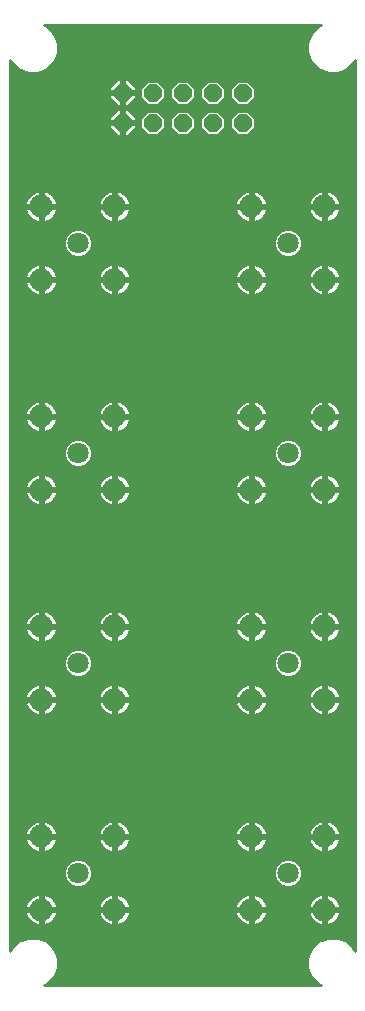
<source format=gbl>
G75*
G70*
%OFA0B0*%
%FSLAX24Y24*%
%IPPOS*%
%LPD*%
%AMOC8*
5,1,8,0,0,1.08239X$1,22.5*
%
%ADD10OC8,0.0600*%
%ADD11C,0.0709*%
%ADD12C,0.0768*%
%ADD13C,0.0100*%
%ADD14OC8,0.1360*%
D10*
X004150Y029150D03*
X004150Y030150D03*
X005150Y030150D03*
X005150Y029150D03*
X006150Y029150D03*
X006150Y030150D03*
X007150Y030150D03*
X007150Y029150D03*
X008150Y029150D03*
X008150Y030150D03*
D11*
X009650Y025150D03*
X009650Y018150D03*
X009650Y011150D03*
X009650Y004150D03*
X002650Y004150D03*
X002650Y011150D03*
X002650Y018150D03*
X002650Y025150D03*
D12*
X001430Y023930D03*
X001430Y026370D03*
X003870Y026370D03*
X003870Y023930D03*
X003870Y019370D03*
X003870Y016930D03*
X003870Y012370D03*
X003870Y009930D03*
X003870Y005370D03*
X003870Y002930D03*
X001430Y002930D03*
X001430Y005370D03*
X001430Y009930D03*
X001430Y012370D03*
X001430Y016930D03*
X001430Y019370D03*
X008430Y019370D03*
X008430Y016930D03*
X008430Y012370D03*
X008430Y009930D03*
X008430Y005370D03*
X008430Y002930D03*
X010870Y002930D03*
X010870Y005370D03*
X010870Y009930D03*
X010870Y012370D03*
X010870Y016930D03*
X010870Y019370D03*
X010870Y023930D03*
X010870Y026370D03*
X008430Y026370D03*
X008430Y023930D03*
D13*
X000400Y031259D02*
X000400Y001541D01*
X000436Y001627D01*
X000673Y001864D01*
X000982Y001992D01*
X001318Y001992D01*
X001627Y001864D01*
X001864Y001627D01*
X001992Y001318D01*
X001992Y000982D01*
X001864Y000673D01*
X001627Y000436D01*
X001541Y000400D01*
X010759Y000400D01*
X010673Y000436D01*
X010436Y000673D01*
X010308Y000982D01*
X010308Y001318D01*
X010436Y001627D01*
X010673Y001864D01*
X010982Y001992D01*
X011318Y001992D01*
X011627Y001864D01*
X011864Y001627D01*
X011900Y001541D01*
X011900Y031259D01*
X011864Y031173D01*
X011627Y030936D01*
X011318Y030808D01*
X010982Y030808D01*
X010673Y030936D01*
X010436Y031173D01*
X010308Y031482D01*
X010308Y031818D01*
X010436Y032127D01*
X010673Y032364D01*
X010759Y032400D01*
X001541Y032400D01*
X001627Y032364D01*
X001864Y032127D01*
X001992Y031818D01*
X001992Y031482D01*
X001864Y031173D01*
X001627Y030936D01*
X001318Y030808D01*
X000982Y030808D01*
X000673Y030936D01*
X000436Y031173D01*
X000400Y031259D01*
X000400Y031178D02*
X000434Y031178D01*
X000400Y031079D02*
X000529Y031079D01*
X000628Y030981D02*
X000400Y030981D01*
X000400Y030882D02*
X000802Y030882D01*
X000400Y030784D02*
X011900Y030784D01*
X011900Y030882D02*
X011498Y030882D01*
X011672Y030981D02*
X011900Y030981D01*
X011900Y031079D02*
X011771Y031079D01*
X011866Y031178D02*
X011900Y031178D01*
X011900Y030685D02*
X000400Y030685D01*
X000400Y030587D02*
X003950Y030587D01*
X003964Y030600D02*
X003700Y030336D01*
X003700Y030200D01*
X004100Y030200D01*
X004100Y030600D01*
X003964Y030600D01*
X004100Y030587D02*
X004200Y030587D01*
X004200Y030600D02*
X004336Y030600D01*
X004600Y030336D01*
X004600Y030200D01*
X004200Y030200D01*
X004200Y030100D01*
X004600Y030100D01*
X004600Y029964D01*
X004336Y029700D01*
X004200Y029700D01*
X004200Y030100D01*
X004100Y030100D01*
X004100Y029700D01*
X003964Y029700D01*
X003700Y029964D01*
X003700Y030100D01*
X004100Y030100D01*
X004100Y030200D01*
X004200Y030200D01*
X004200Y030600D01*
X004200Y030488D02*
X004100Y030488D01*
X004100Y030390D02*
X004200Y030390D01*
X004200Y030291D02*
X004100Y030291D01*
X004100Y030193D02*
X000400Y030193D01*
X000400Y030291D02*
X003700Y030291D01*
X003753Y030390D02*
X000400Y030390D01*
X000400Y030488D02*
X003852Y030488D01*
X003700Y030094D02*
X000400Y030094D01*
X000400Y029996D02*
X003700Y029996D01*
X003767Y029897D02*
X000400Y029897D01*
X000400Y029799D02*
X003865Y029799D01*
X003964Y029700D02*
X000400Y029700D01*
X000400Y029602D02*
X011900Y029602D01*
X011900Y029700D02*
X004336Y029700D01*
X004336Y029600D02*
X004200Y029600D01*
X004200Y029200D01*
X004600Y029200D01*
X004600Y029336D01*
X004336Y029600D01*
X004433Y029503D02*
X004923Y029503D01*
X004980Y029560D02*
X004740Y029320D01*
X004740Y028980D01*
X004980Y028740D01*
X005320Y028740D01*
X005560Y028980D01*
X005560Y029320D01*
X005320Y029560D01*
X004980Y029560D01*
X004980Y029740D02*
X005320Y029740D01*
X005560Y029980D01*
X005560Y030320D01*
X005320Y030560D01*
X004980Y030560D01*
X004740Y030320D01*
X004740Y029980D01*
X004980Y029740D01*
X004922Y029799D02*
X004435Y029799D01*
X004533Y029897D02*
X004823Y029897D01*
X004740Y029996D02*
X004600Y029996D01*
X004600Y030094D02*
X004740Y030094D01*
X004740Y030193D02*
X004200Y030193D01*
X004200Y030094D02*
X004100Y030094D01*
X004100Y029996D02*
X004200Y029996D01*
X004200Y029897D02*
X004100Y029897D01*
X004100Y029799D02*
X004200Y029799D01*
X004200Y029700D02*
X004100Y029700D01*
X004100Y029600D02*
X003964Y029600D01*
X003700Y029336D01*
X003700Y029200D01*
X004100Y029200D01*
X004100Y029600D01*
X004100Y029503D02*
X004200Y029503D01*
X004200Y029405D02*
X004100Y029405D01*
X004100Y029306D02*
X004200Y029306D01*
X004200Y029208D02*
X004100Y029208D01*
X004100Y029200D02*
X004200Y029200D01*
X004200Y029100D01*
X004600Y029100D01*
X004600Y028964D01*
X004336Y028700D01*
X004200Y028700D01*
X004200Y029100D01*
X004100Y029100D01*
X004100Y028700D01*
X003964Y028700D01*
X003700Y028964D01*
X003700Y029100D01*
X004100Y029100D01*
X004100Y029200D01*
X004100Y029109D02*
X000400Y029109D01*
X000400Y029011D02*
X003700Y029011D01*
X003752Y028912D02*
X000400Y028912D01*
X000400Y028814D02*
X003850Y028814D01*
X003949Y028715D02*
X000400Y028715D01*
X000400Y028617D02*
X011900Y028617D01*
X011900Y028715D02*
X004351Y028715D01*
X004450Y028814D02*
X004907Y028814D01*
X004808Y028912D02*
X004548Y028912D01*
X004600Y029011D02*
X004740Y029011D01*
X004740Y029109D02*
X004200Y029109D01*
X004200Y029011D02*
X004100Y029011D01*
X004100Y028912D02*
X004200Y028912D01*
X004200Y028814D02*
X004100Y028814D01*
X004100Y028715D02*
X004200Y028715D01*
X004532Y029405D02*
X004825Y029405D01*
X004740Y029306D02*
X004600Y029306D01*
X004600Y029208D02*
X004740Y029208D01*
X004740Y030291D02*
X004600Y030291D01*
X004547Y030390D02*
X004810Y030390D01*
X004908Y030488D02*
X004448Y030488D01*
X004350Y030587D02*
X011900Y030587D01*
X011900Y030488D02*
X008392Y030488D01*
X008320Y030560D02*
X007980Y030560D01*
X007740Y030320D01*
X007740Y029980D01*
X007980Y029740D01*
X008320Y029740D01*
X008560Y029980D01*
X008560Y030320D01*
X008320Y030560D01*
X008490Y030390D02*
X011900Y030390D01*
X011900Y030291D02*
X008560Y030291D01*
X008560Y030193D02*
X011900Y030193D01*
X011900Y030094D02*
X008560Y030094D01*
X008560Y029996D02*
X011900Y029996D01*
X011900Y029897D02*
X008477Y029897D01*
X008378Y029799D02*
X011900Y029799D01*
X011900Y029503D02*
X008377Y029503D01*
X008320Y029560D02*
X007980Y029560D01*
X007740Y029320D01*
X007740Y028980D01*
X007980Y028740D01*
X008320Y028740D01*
X008560Y028980D01*
X008560Y029320D01*
X008320Y029560D01*
X008475Y029405D02*
X011900Y029405D01*
X011900Y029306D02*
X008560Y029306D01*
X008560Y029208D02*
X011900Y029208D01*
X011900Y029109D02*
X008560Y029109D01*
X008560Y029011D02*
X011900Y029011D01*
X011900Y028912D02*
X008492Y028912D01*
X008393Y028814D02*
X011900Y028814D01*
X011900Y028518D02*
X000400Y028518D01*
X000400Y028420D02*
X011900Y028420D01*
X011900Y028321D02*
X000400Y028321D01*
X000400Y028223D02*
X011900Y028223D01*
X011900Y028124D02*
X000400Y028124D01*
X000400Y028026D02*
X011900Y028026D01*
X011900Y027927D02*
X000400Y027927D01*
X000400Y027829D02*
X011900Y027829D01*
X011900Y027730D02*
X000400Y027730D01*
X000400Y027632D02*
X011900Y027632D01*
X011900Y027533D02*
X000400Y027533D01*
X000400Y027435D02*
X011900Y027435D01*
X011900Y027336D02*
X000400Y027336D01*
X000400Y027238D02*
X011900Y027238D01*
X011900Y027139D02*
X000400Y027139D01*
X000400Y027041D02*
X011900Y027041D01*
X011900Y026942D02*
X000400Y026942D01*
X000400Y026844D02*
X001184Y026844D01*
X001150Y026827D02*
X001082Y026777D01*
X001023Y026718D01*
X000973Y026650D01*
X000935Y026575D01*
X000909Y026495D01*
X000897Y026420D01*
X001380Y026420D01*
X001380Y026903D01*
X001305Y026891D01*
X001225Y026865D01*
X001150Y026827D01*
X001050Y026745D02*
X000400Y026745D01*
X000400Y026647D02*
X000972Y026647D01*
X000927Y026548D02*
X000400Y026548D01*
X000400Y026450D02*
X000902Y026450D01*
X000897Y026320D02*
X000909Y026245D01*
X000935Y026165D01*
X000973Y026090D01*
X001023Y026022D01*
X001082Y025963D01*
X001150Y025913D01*
X001225Y025875D01*
X001305Y025849D01*
X001380Y025837D01*
X001380Y026320D01*
X001480Y026320D01*
X001480Y026420D01*
X001963Y026420D01*
X001951Y026495D01*
X001925Y026575D01*
X001887Y026650D01*
X001837Y026718D01*
X001778Y026777D01*
X001710Y026827D01*
X001635Y026865D01*
X001555Y026891D01*
X001480Y026903D01*
X001480Y026420D01*
X001380Y026420D01*
X001380Y026320D01*
X000897Y026320D01*
X000908Y026253D02*
X000400Y026253D01*
X000400Y026351D02*
X001380Y026351D01*
X001380Y026253D02*
X001480Y026253D01*
X001480Y026320D02*
X001480Y025837D01*
X001555Y025849D01*
X001635Y025875D01*
X001710Y025913D01*
X001778Y025963D01*
X001837Y026022D01*
X001887Y026090D01*
X001925Y026165D01*
X001951Y026245D01*
X001963Y026320D01*
X001480Y026320D01*
X001480Y026351D02*
X003820Y026351D01*
X003820Y026320D02*
X003337Y026320D01*
X003349Y026245D01*
X003375Y026165D01*
X003413Y026090D01*
X003463Y026022D01*
X003522Y025963D01*
X003590Y025913D01*
X003665Y025875D01*
X003745Y025849D01*
X003820Y025837D01*
X003820Y026320D01*
X003920Y026320D01*
X003920Y026420D01*
X004403Y026420D01*
X004391Y026495D01*
X004365Y026575D01*
X004327Y026650D01*
X004277Y026718D01*
X004218Y026777D01*
X004150Y026827D01*
X004075Y026865D01*
X003995Y026891D01*
X003920Y026903D01*
X003920Y026420D01*
X003820Y026420D01*
X003820Y026903D01*
X003745Y026891D01*
X003665Y026865D01*
X003590Y026827D01*
X003522Y026777D01*
X003463Y026718D01*
X003413Y026650D01*
X003375Y026575D01*
X003349Y026495D01*
X003337Y026420D01*
X003820Y026420D01*
X003820Y026320D01*
X003820Y026253D02*
X003920Y026253D01*
X003920Y026320D02*
X003920Y025837D01*
X003995Y025849D01*
X004075Y025875D01*
X004150Y025913D01*
X004218Y025963D01*
X004277Y026022D01*
X004327Y026090D01*
X004365Y026165D01*
X004391Y026245D01*
X004403Y026320D01*
X003920Y026320D01*
X003920Y026351D02*
X008380Y026351D01*
X008380Y026320D02*
X007897Y026320D01*
X007909Y026245D01*
X007935Y026165D01*
X007973Y026090D01*
X008023Y026022D01*
X008082Y025963D01*
X008150Y025913D01*
X008225Y025875D01*
X008305Y025849D01*
X008380Y025837D01*
X008380Y026320D01*
X008480Y026320D01*
X008480Y026420D01*
X008963Y026420D01*
X008951Y026495D01*
X008925Y026575D01*
X008887Y026650D01*
X008837Y026718D01*
X008778Y026777D01*
X008710Y026827D01*
X008635Y026865D01*
X008555Y026891D01*
X008480Y026903D01*
X008480Y026420D01*
X008380Y026420D01*
X008380Y026903D01*
X008305Y026891D01*
X008225Y026865D01*
X008150Y026827D01*
X008082Y026777D01*
X008023Y026718D01*
X007973Y026650D01*
X007935Y026575D01*
X007909Y026495D01*
X007897Y026420D01*
X008380Y026420D01*
X008380Y026320D01*
X008380Y026253D02*
X008480Y026253D01*
X008480Y026320D02*
X008480Y025837D01*
X008555Y025849D01*
X008635Y025875D01*
X008710Y025913D01*
X008778Y025963D01*
X008837Y026022D01*
X008887Y026090D01*
X008925Y026165D01*
X008951Y026245D01*
X008963Y026320D01*
X008480Y026320D01*
X008480Y026351D02*
X010820Y026351D01*
X010820Y026320D02*
X010337Y026320D01*
X010349Y026245D01*
X010375Y026165D01*
X010413Y026090D01*
X010463Y026022D01*
X010522Y025963D01*
X010590Y025913D01*
X010665Y025875D01*
X010745Y025849D01*
X010820Y025837D01*
X010820Y026320D01*
X010920Y026320D01*
X010920Y026420D01*
X011403Y026420D01*
X011391Y026495D01*
X011365Y026575D01*
X011327Y026650D01*
X011277Y026718D01*
X011218Y026777D01*
X011150Y026827D01*
X011075Y026865D01*
X010995Y026891D01*
X010920Y026903D01*
X010920Y026420D01*
X010820Y026420D01*
X010820Y026903D01*
X010745Y026891D01*
X010665Y026865D01*
X010590Y026827D01*
X010522Y026777D01*
X010463Y026718D01*
X010413Y026650D01*
X010375Y026575D01*
X010349Y026495D01*
X010337Y026420D01*
X010820Y026420D01*
X010820Y026320D01*
X010820Y026253D02*
X010920Y026253D01*
X010920Y026320D02*
X010920Y025837D01*
X010995Y025849D01*
X011075Y025875D01*
X011150Y025913D01*
X011218Y025963D01*
X011277Y026022D01*
X011327Y026090D01*
X011365Y026165D01*
X011391Y026245D01*
X011403Y026320D01*
X010920Y026320D01*
X010920Y026351D02*
X011900Y026351D01*
X011900Y026253D02*
X011392Y026253D01*
X011359Y026154D02*
X011900Y026154D01*
X011900Y026056D02*
X011301Y026056D01*
X011210Y025957D02*
X011900Y025957D01*
X011900Y025859D02*
X011024Y025859D01*
X010920Y025859D02*
X010820Y025859D01*
X010820Y025957D02*
X010920Y025957D01*
X010920Y026056D02*
X010820Y026056D01*
X010820Y026154D02*
X010920Y026154D01*
X010920Y026450D02*
X010820Y026450D01*
X010820Y026548D02*
X010920Y026548D01*
X010920Y026647D02*
X010820Y026647D01*
X010820Y026745D02*
X010920Y026745D01*
X010920Y026844D02*
X010820Y026844D01*
X010624Y026844D02*
X008676Y026844D01*
X008810Y026745D02*
X010490Y026745D01*
X010412Y026647D02*
X008888Y026647D01*
X008933Y026548D02*
X010367Y026548D01*
X010342Y026450D02*
X008958Y026450D01*
X008952Y026253D02*
X010348Y026253D01*
X010381Y026154D02*
X008919Y026154D01*
X008861Y026056D02*
X010439Y026056D01*
X010530Y025957D02*
X008770Y025957D01*
X008584Y025859D02*
X010716Y025859D01*
X011116Y026844D02*
X011900Y026844D01*
X011900Y026745D02*
X011250Y026745D01*
X011328Y026647D02*
X011900Y026647D01*
X011900Y026548D02*
X011373Y026548D01*
X011398Y026450D02*
X011900Y026450D01*
X011900Y025760D02*
X000400Y025760D01*
X000400Y025662D02*
X011900Y025662D01*
X011900Y025563D02*
X009866Y025563D01*
X009913Y025544D02*
X009742Y025614D01*
X009558Y025614D01*
X009387Y025544D01*
X009256Y025413D01*
X009186Y025242D01*
X009186Y025058D01*
X009256Y024887D01*
X009387Y024756D01*
X009558Y024686D01*
X009742Y024686D01*
X009913Y024756D01*
X010044Y024887D01*
X010114Y025058D01*
X010114Y025242D01*
X010044Y025413D01*
X009913Y025544D01*
X009992Y025465D02*
X011900Y025465D01*
X011900Y025366D02*
X010063Y025366D01*
X010104Y025268D02*
X011900Y025268D01*
X011900Y025169D02*
X010114Y025169D01*
X010114Y025071D02*
X011900Y025071D01*
X011900Y024972D02*
X010079Y024972D01*
X010030Y024874D02*
X011900Y024874D01*
X011900Y024775D02*
X009932Y024775D01*
X009368Y024775D02*
X002932Y024775D01*
X002913Y024756D02*
X003044Y024887D01*
X003114Y025058D01*
X003114Y025242D01*
X003044Y025413D01*
X002913Y025544D01*
X002742Y025614D01*
X002558Y025614D01*
X002387Y025544D01*
X002256Y025413D01*
X002186Y025242D01*
X002186Y025058D01*
X002256Y024887D01*
X002387Y024756D01*
X002558Y024686D01*
X002742Y024686D01*
X002913Y024756D01*
X003030Y024874D02*
X009270Y024874D01*
X009221Y024972D02*
X003079Y024972D01*
X003114Y025071D02*
X009186Y025071D01*
X009186Y025169D02*
X003114Y025169D01*
X003104Y025268D02*
X009196Y025268D01*
X009237Y025366D02*
X003063Y025366D01*
X002992Y025465D02*
X009308Y025465D01*
X009434Y025563D02*
X002866Y025563D01*
X002434Y025563D02*
X000400Y025563D01*
X000400Y025465D02*
X002308Y025465D01*
X002237Y025366D02*
X000400Y025366D01*
X000400Y025268D02*
X002196Y025268D01*
X002186Y025169D02*
X000400Y025169D01*
X000400Y025071D02*
X002186Y025071D01*
X002221Y024972D02*
X000400Y024972D01*
X000400Y024874D02*
X002270Y024874D01*
X002368Y024775D02*
X000400Y024775D01*
X000400Y024677D02*
X011900Y024677D01*
X011900Y024578D02*
X000400Y024578D01*
X000400Y024480D02*
X011900Y024480D01*
X011900Y024381D02*
X011157Y024381D01*
X011150Y024387D02*
X011075Y024425D01*
X010995Y024451D01*
X010920Y024463D01*
X010920Y023980D01*
X011403Y023980D01*
X011391Y024055D01*
X011365Y024135D01*
X011327Y024210D01*
X011277Y024278D01*
X011218Y024337D01*
X011150Y024387D01*
X011272Y024283D02*
X011900Y024283D01*
X011900Y024184D02*
X011340Y024184D01*
X011381Y024086D02*
X011900Y024086D01*
X011900Y023987D02*
X011401Y023987D01*
X011403Y023880D02*
X010920Y023880D01*
X010920Y023980D01*
X010820Y023980D01*
X010820Y024463D01*
X010745Y024451D01*
X010665Y024425D01*
X010590Y024387D01*
X010522Y024337D01*
X010463Y024278D01*
X010413Y024210D01*
X010375Y024135D01*
X010349Y024055D01*
X010337Y023980D01*
X010820Y023980D01*
X010820Y023880D01*
X010920Y023880D01*
X010920Y023397D01*
X010995Y023409D01*
X011075Y023435D01*
X011150Y023473D01*
X011218Y023523D01*
X011277Y023582D01*
X011327Y023650D01*
X011365Y023725D01*
X011391Y023805D01*
X011403Y023880D01*
X011386Y023790D02*
X011900Y023790D01*
X011900Y023692D02*
X011348Y023692D01*
X011285Y023593D02*
X011900Y023593D01*
X011900Y023495D02*
X011179Y023495D01*
X010920Y023495D02*
X010820Y023495D01*
X010820Y023397D02*
X010820Y023880D01*
X010337Y023880D01*
X010349Y023805D01*
X010375Y023725D01*
X010413Y023650D01*
X010463Y023582D01*
X010522Y023523D01*
X010590Y023473D01*
X010665Y023435D01*
X010745Y023409D01*
X010820Y023397D01*
X010820Y023593D02*
X010920Y023593D01*
X010920Y023692D02*
X010820Y023692D01*
X010820Y023790D02*
X010920Y023790D01*
X010920Y023889D02*
X011900Y023889D01*
X011900Y023396D02*
X000400Y023396D01*
X000400Y023298D02*
X011900Y023298D01*
X011900Y023199D02*
X000400Y023199D01*
X000400Y023101D02*
X011900Y023101D01*
X011900Y023002D02*
X000400Y023002D01*
X000400Y022904D02*
X011900Y022904D01*
X011900Y022805D02*
X000400Y022805D01*
X000400Y022707D02*
X011900Y022707D01*
X011900Y022608D02*
X000400Y022608D01*
X000400Y022510D02*
X011900Y022510D01*
X011900Y022411D02*
X000400Y022411D01*
X000400Y022313D02*
X011900Y022313D01*
X011900Y022214D02*
X000400Y022214D01*
X000400Y022116D02*
X011900Y022116D01*
X011900Y022017D02*
X000400Y022017D01*
X000400Y021919D02*
X011900Y021919D01*
X011900Y021820D02*
X000400Y021820D01*
X000400Y021722D02*
X011900Y021722D01*
X011900Y021623D02*
X000400Y021623D01*
X000400Y021525D02*
X011900Y021525D01*
X011900Y021426D02*
X000400Y021426D01*
X000400Y021328D02*
X011900Y021328D01*
X011900Y021229D02*
X000400Y021229D01*
X000400Y021131D02*
X011900Y021131D01*
X011900Y021032D02*
X000400Y021032D01*
X000400Y020934D02*
X011900Y020934D01*
X011900Y020835D02*
X000400Y020835D01*
X000400Y020737D02*
X011900Y020737D01*
X011900Y020638D02*
X000400Y020638D01*
X000400Y020540D02*
X011900Y020540D01*
X011900Y020441D02*
X000400Y020441D01*
X000400Y020343D02*
X011900Y020343D01*
X011900Y020244D02*
X000400Y020244D01*
X000400Y020146D02*
X011900Y020146D01*
X011900Y020047D02*
X000400Y020047D01*
X000400Y019949D02*
X011900Y019949D01*
X011900Y019850D02*
X011104Y019850D01*
X011075Y019865D02*
X010995Y019891D01*
X010920Y019903D01*
X010920Y019420D01*
X011403Y019420D01*
X011391Y019495D01*
X011365Y019575D01*
X011327Y019650D01*
X011277Y019718D01*
X011218Y019777D01*
X011150Y019827D01*
X011075Y019865D01*
X011243Y019752D02*
X011900Y019752D01*
X011900Y019653D02*
X011324Y019653D01*
X011371Y019555D02*
X011900Y019555D01*
X011900Y019456D02*
X011397Y019456D01*
X011403Y019320D02*
X010920Y019320D01*
X010920Y019420D01*
X010820Y019420D01*
X010820Y019903D01*
X010745Y019891D01*
X010665Y019865D01*
X010590Y019827D01*
X010522Y019777D01*
X010463Y019718D01*
X010413Y019650D01*
X010375Y019575D01*
X010349Y019495D01*
X010337Y019420D01*
X010820Y019420D01*
X010820Y019320D01*
X010920Y019320D01*
X010920Y018837D01*
X010995Y018849D01*
X011075Y018875D01*
X011150Y018913D01*
X011218Y018963D01*
X011277Y019022D01*
X011327Y019090D01*
X011365Y019165D01*
X011391Y019245D01*
X011403Y019320D01*
X011393Y019259D02*
X011900Y019259D01*
X011900Y019161D02*
X011362Y019161D01*
X011306Y019062D02*
X011900Y019062D01*
X011900Y018964D02*
X011219Y018964D01*
X011044Y018865D02*
X011900Y018865D01*
X011900Y018767D02*
X000400Y018767D01*
X000400Y018865D02*
X001256Y018865D01*
X001225Y018875D02*
X001305Y018849D01*
X001380Y018837D01*
X001380Y019320D01*
X001480Y019320D01*
X001480Y019420D01*
X001963Y019420D01*
X001951Y019495D01*
X001925Y019575D01*
X001887Y019650D01*
X001837Y019718D01*
X001778Y019777D01*
X001710Y019827D01*
X001635Y019865D01*
X001555Y019891D01*
X001480Y019903D01*
X001480Y019420D01*
X001380Y019420D01*
X001380Y019903D01*
X001305Y019891D01*
X001225Y019865D01*
X001150Y019827D01*
X001082Y019777D01*
X001023Y019718D01*
X000973Y019650D01*
X000935Y019575D01*
X000909Y019495D01*
X000897Y019420D01*
X001380Y019420D01*
X001380Y019320D01*
X000897Y019320D01*
X000909Y019245D01*
X000935Y019165D01*
X000973Y019090D01*
X001023Y019022D01*
X001082Y018963D01*
X001150Y018913D01*
X001225Y018875D01*
X001081Y018964D02*
X000400Y018964D01*
X000400Y019062D02*
X000994Y019062D01*
X000938Y019161D02*
X000400Y019161D01*
X000400Y019259D02*
X000907Y019259D01*
X000903Y019456D02*
X000400Y019456D01*
X000400Y019358D02*
X001380Y019358D01*
X001380Y019456D02*
X001480Y019456D01*
X001480Y019358D02*
X003820Y019358D01*
X003820Y019320D02*
X003820Y019420D01*
X003820Y019903D01*
X003745Y019891D01*
X003665Y019865D01*
X003590Y019827D01*
X003522Y019777D01*
X003463Y019718D01*
X003413Y019650D01*
X003375Y019575D01*
X003349Y019495D01*
X003337Y019420D01*
X003820Y019420D01*
X003920Y019420D01*
X004403Y019420D01*
X004391Y019495D01*
X004365Y019575D01*
X004327Y019650D01*
X004277Y019718D01*
X004218Y019777D01*
X004150Y019827D01*
X004075Y019865D01*
X003995Y019891D01*
X003920Y019903D01*
X003920Y019420D01*
X003920Y019320D01*
X004403Y019320D01*
X004391Y019245D01*
X004365Y019165D01*
X004327Y019090D01*
X004277Y019022D01*
X004218Y018963D01*
X004150Y018913D01*
X004075Y018875D01*
X003995Y018849D01*
X003920Y018837D01*
X003920Y019320D01*
X003820Y019320D01*
X003820Y018837D01*
X003745Y018849D01*
X003665Y018875D01*
X003590Y018913D01*
X003522Y018963D01*
X003463Y019022D01*
X003413Y019090D01*
X003375Y019165D01*
X003349Y019245D01*
X003337Y019320D01*
X003820Y019320D01*
X003820Y019259D02*
X003920Y019259D01*
X003920Y019161D02*
X003820Y019161D01*
X003820Y019062D02*
X003920Y019062D01*
X003920Y018964D02*
X003820Y018964D01*
X003820Y018865D02*
X003920Y018865D01*
X004044Y018865D02*
X008256Y018865D01*
X008225Y018875D02*
X008305Y018849D01*
X008380Y018837D01*
X008380Y019320D01*
X008480Y019320D01*
X008480Y019420D01*
X008963Y019420D01*
X008951Y019495D01*
X008925Y019575D01*
X008887Y019650D01*
X008837Y019718D01*
X008778Y019777D01*
X008710Y019827D01*
X008635Y019865D01*
X008555Y019891D01*
X008480Y019903D01*
X008480Y019420D01*
X008380Y019420D01*
X008380Y019903D01*
X008305Y019891D01*
X008225Y019865D01*
X008150Y019827D01*
X008082Y019777D01*
X008023Y019718D01*
X007973Y019650D01*
X007935Y019575D01*
X007909Y019495D01*
X007897Y019420D01*
X008380Y019420D01*
X008380Y019320D01*
X007897Y019320D01*
X007909Y019245D01*
X007935Y019165D01*
X007973Y019090D01*
X008023Y019022D01*
X008082Y018963D01*
X008150Y018913D01*
X008225Y018875D01*
X008081Y018964D02*
X004219Y018964D01*
X004306Y019062D02*
X007994Y019062D01*
X007938Y019161D02*
X004362Y019161D01*
X004393Y019259D02*
X007907Y019259D01*
X007903Y019456D02*
X004397Y019456D01*
X004371Y019555D02*
X007929Y019555D01*
X007976Y019653D02*
X004324Y019653D01*
X004243Y019752D02*
X008057Y019752D01*
X008196Y019850D02*
X004104Y019850D01*
X003920Y019850D02*
X003820Y019850D01*
X003820Y019752D02*
X003920Y019752D01*
X003920Y019653D02*
X003820Y019653D01*
X003820Y019555D02*
X003920Y019555D01*
X003920Y019456D02*
X003820Y019456D01*
X003920Y019358D02*
X008380Y019358D01*
X008380Y019456D02*
X008480Y019456D01*
X008480Y019358D02*
X010820Y019358D01*
X010820Y019320D02*
X010337Y019320D01*
X010349Y019245D01*
X010375Y019165D01*
X010413Y019090D01*
X010463Y019022D01*
X010522Y018963D01*
X010590Y018913D01*
X010665Y018875D01*
X010745Y018849D01*
X010820Y018837D01*
X010820Y019320D01*
X010820Y019259D02*
X010920Y019259D01*
X010920Y019161D02*
X010820Y019161D01*
X010820Y019062D02*
X010920Y019062D01*
X010920Y018964D02*
X010820Y018964D01*
X010820Y018865D02*
X010920Y018865D01*
X010696Y018865D02*
X008604Y018865D01*
X008635Y018875D02*
X008555Y018849D01*
X008480Y018837D01*
X008480Y019320D01*
X008963Y019320D01*
X008951Y019245D01*
X008925Y019165D01*
X008887Y019090D01*
X008837Y019022D01*
X008778Y018963D01*
X008710Y018913D01*
X008635Y018875D01*
X008779Y018964D02*
X010521Y018964D01*
X010434Y019062D02*
X008866Y019062D01*
X008922Y019161D02*
X010378Y019161D01*
X010347Y019259D02*
X008953Y019259D01*
X008957Y019456D02*
X010343Y019456D01*
X010369Y019555D02*
X008931Y019555D01*
X008884Y019653D02*
X010416Y019653D01*
X010497Y019752D02*
X008803Y019752D01*
X008664Y019850D02*
X010636Y019850D01*
X010820Y019850D02*
X010920Y019850D01*
X010920Y019752D02*
X010820Y019752D01*
X010820Y019653D02*
X010920Y019653D01*
X010920Y019555D02*
X010820Y019555D01*
X010820Y019456D02*
X010920Y019456D01*
X010920Y019358D02*
X011900Y019358D01*
X011900Y018668D02*
X000400Y018668D01*
X000400Y018570D02*
X002450Y018570D01*
X002387Y018544D02*
X002256Y018413D01*
X002186Y018242D01*
X002186Y018058D01*
X002256Y017887D01*
X002387Y017756D01*
X002558Y017686D01*
X002742Y017686D01*
X002913Y017756D01*
X003044Y017887D01*
X003114Y018058D01*
X003114Y018242D01*
X003044Y018413D01*
X002913Y018544D01*
X002742Y018614D01*
X002558Y018614D01*
X002387Y018544D01*
X002314Y018471D02*
X000400Y018471D01*
X000400Y018373D02*
X002240Y018373D01*
X002199Y018274D02*
X000400Y018274D01*
X000400Y018176D02*
X002186Y018176D01*
X002186Y018077D02*
X000400Y018077D01*
X000400Y017979D02*
X002218Y017979D01*
X002263Y017880D02*
X000400Y017880D01*
X000400Y017782D02*
X002362Y017782D01*
X002938Y017782D02*
X009362Y017782D01*
X009387Y017756D02*
X009558Y017686D01*
X009742Y017686D01*
X009913Y017756D01*
X010044Y017887D01*
X010114Y018058D01*
X010114Y018242D01*
X010044Y018413D01*
X009913Y018544D01*
X009742Y018614D01*
X009558Y018614D01*
X009387Y018544D01*
X009256Y018413D01*
X009186Y018242D01*
X009186Y018058D01*
X009256Y017887D01*
X009387Y017756D01*
X009263Y017880D02*
X003037Y017880D01*
X003082Y017979D02*
X009218Y017979D01*
X009186Y018077D02*
X003114Y018077D01*
X003114Y018176D02*
X009186Y018176D01*
X009199Y018274D02*
X003101Y018274D01*
X003060Y018373D02*
X009240Y018373D01*
X009314Y018471D02*
X002986Y018471D01*
X002850Y018570D02*
X009450Y018570D01*
X009850Y018570D02*
X011900Y018570D01*
X011900Y018471D02*
X009986Y018471D01*
X010060Y018373D02*
X011900Y018373D01*
X011900Y018274D02*
X010101Y018274D01*
X010114Y018176D02*
X011900Y018176D01*
X011900Y018077D02*
X010114Y018077D01*
X010082Y017979D02*
X011900Y017979D01*
X011900Y017880D02*
X010037Y017880D01*
X009938Y017782D02*
X011900Y017782D01*
X011900Y017683D02*
X000400Y017683D01*
X000400Y017585D02*
X011900Y017585D01*
X011900Y017486D02*
X000400Y017486D01*
X000400Y017388D02*
X001152Y017388D01*
X001150Y017387D02*
X001082Y017337D01*
X001023Y017278D01*
X000973Y017210D01*
X000935Y017135D01*
X000909Y017055D01*
X000897Y016980D01*
X001380Y016980D01*
X001380Y017463D01*
X001305Y017451D01*
X001225Y017425D01*
X001150Y017387D01*
X001034Y017289D02*
X000400Y017289D01*
X000400Y017191D02*
X000964Y017191D01*
X000921Y017092D02*
X000400Y017092D01*
X000400Y016994D02*
X000900Y016994D01*
X000897Y016880D02*
X000909Y016805D01*
X000935Y016725D01*
X000973Y016650D01*
X001023Y016582D01*
X001082Y016523D01*
X001150Y016473D01*
X001225Y016435D01*
X001305Y016409D01*
X001380Y016397D01*
X001380Y016880D01*
X001480Y016880D01*
X001480Y016980D01*
X001963Y016980D01*
X001951Y017055D01*
X001925Y017135D01*
X001887Y017210D01*
X001837Y017278D01*
X001778Y017337D01*
X001710Y017387D01*
X001635Y017425D01*
X001555Y017451D01*
X001480Y017463D01*
X001480Y016980D01*
X001380Y016980D01*
X001380Y016880D01*
X000897Y016880D01*
X000912Y016797D02*
X000400Y016797D01*
X000400Y016895D02*
X001380Y016895D01*
X001380Y016797D02*
X001480Y016797D01*
X001480Y016880D02*
X001480Y016397D01*
X001555Y016409D01*
X001635Y016435D01*
X001710Y016473D01*
X001778Y016523D01*
X001837Y016582D01*
X001887Y016650D01*
X001925Y016725D01*
X001951Y016805D01*
X001963Y016880D01*
X001480Y016880D01*
X001480Y016895D02*
X003820Y016895D01*
X003820Y016880D02*
X003337Y016880D01*
X003349Y016805D01*
X003375Y016725D01*
X003413Y016650D01*
X003463Y016582D01*
X003522Y016523D01*
X003590Y016473D01*
X003665Y016435D01*
X003745Y016409D01*
X003820Y016397D01*
X003820Y016880D01*
X003920Y016880D01*
X003920Y016980D01*
X004403Y016980D01*
X004391Y017055D01*
X004365Y017135D01*
X004327Y017210D01*
X004277Y017278D01*
X004218Y017337D01*
X004150Y017387D01*
X004075Y017425D01*
X003995Y017451D01*
X003920Y017463D01*
X003920Y016980D01*
X003820Y016980D01*
X003820Y017463D01*
X003745Y017451D01*
X003665Y017425D01*
X003590Y017387D01*
X003522Y017337D01*
X003463Y017278D01*
X003413Y017210D01*
X003375Y017135D01*
X003349Y017055D01*
X003337Y016980D01*
X003820Y016980D01*
X003820Y016880D01*
X003820Y016797D02*
X003920Y016797D01*
X003920Y016880D02*
X003920Y016397D01*
X003995Y016409D01*
X004075Y016435D01*
X004150Y016473D01*
X004218Y016523D01*
X004277Y016582D01*
X004327Y016650D01*
X004365Y016725D01*
X004391Y016805D01*
X004403Y016880D01*
X003920Y016880D01*
X003920Y016895D02*
X008380Y016895D01*
X008380Y016880D02*
X007897Y016880D01*
X007909Y016805D01*
X007935Y016725D01*
X007973Y016650D01*
X008023Y016582D01*
X008082Y016523D01*
X008150Y016473D01*
X008225Y016435D01*
X008305Y016409D01*
X008380Y016397D01*
X008380Y016880D01*
X008480Y016880D01*
X008480Y016980D01*
X008963Y016980D01*
X008951Y017055D01*
X008925Y017135D01*
X008887Y017210D01*
X008837Y017278D01*
X008778Y017337D01*
X008710Y017387D01*
X008635Y017425D01*
X008555Y017451D01*
X008480Y017463D01*
X008480Y016980D01*
X008380Y016980D01*
X008380Y017463D01*
X008305Y017451D01*
X008225Y017425D01*
X008150Y017387D01*
X008082Y017337D01*
X008023Y017278D01*
X007973Y017210D01*
X007935Y017135D01*
X007909Y017055D01*
X007897Y016980D01*
X008380Y016980D01*
X008380Y016880D01*
X008380Y016797D02*
X008480Y016797D01*
X008480Y016880D02*
X008480Y016397D01*
X008555Y016409D01*
X008635Y016435D01*
X008710Y016473D01*
X008778Y016523D01*
X008837Y016582D01*
X008887Y016650D01*
X008925Y016725D01*
X008951Y016805D01*
X008963Y016880D01*
X008480Y016880D01*
X008480Y016895D02*
X010820Y016895D01*
X010820Y016880D02*
X010337Y016880D01*
X010349Y016805D01*
X010375Y016725D01*
X010413Y016650D01*
X010463Y016582D01*
X010522Y016523D01*
X010590Y016473D01*
X010665Y016435D01*
X010745Y016409D01*
X010820Y016397D01*
X010820Y016880D01*
X010920Y016880D01*
X010920Y016980D01*
X011403Y016980D01*
X011391Y017055D01*
X011365Y017135D01*
X011327Y017210D01*
X011277Y017278D01*
X011218Y017337D01*
X011150Y017387D01*
X011075Y017425D01*
X010995Y017451D01*
X010920Y017463D01*
X010920Y016980D01*
X010820Y016980D01*
X010820Y017463D01*
X010745Y017451D01*
X010665Y017425D01*
X010590Y017387D01*
X010522Y017337D01*
X010463Y017278D01*
X010413Y017210D01*
X010375Y017135D01*
X010349Y017055D01*
X010337Y016980D01*
X010820Y016980D01*
X010820Y016880D01*
X010820Y016797D02*
X010920Y016797D01*
X010920Y016880D02*
X010920Y016397D01*
X010995Y016409D01*
X011075Y016435D01*
X011150Y016473D01*
X011218Y016523D01*
X011277Y016582D01*
X011327Y016650D01*
X011365Y016725D01*
X011391Y016805D01*
X011403Y016880D01*
X010920Y016880D01*
X010920Y016895D02*
X011900Y016895D01*
X011900Y016797D02*
X011388Y016797D01*
X011351Y016698D02*
X011900Y016698D01*
X011900Y016600D02*
X011290Y016600D01*
X011188Y016501D02*
X011900Y016501D01*
X011900Y016403D02*
X010952Y016403D01*
X010920Y016403D02*
X010820Y016403D01*
X010788Y016403D02*
X008512Y016403D01*
X008480Y016403D02*
X008380Y016403D01*
X008348Y016403D02*
X003952Y016403D01*
X003920Y016403D02*
X003820Y016403D01*
X003788Y016403D02*
X001512Y016403D01*
X001480Y016403D02*
X001380Y016403D01*
X001348Y016403D02*
X000400Y016403D01*
X000400Y016501D02*
X001112Y016501D01*
X001010Y016600D02*
X000400Y016600D01*
X000400Y016698D02*
X000949Y016698D01*
X001380Y016698D02*
X001480Y016698D01*
X001480Y016600D02*
X001380Y016600D01*
X001380Y016501D02*
X001480Y016501D01*
X001480Y016994D02*
X001380Y016994D01*
X001380Y017092D02*
X001480Y017092D01*
X001480Y017191D02*
X001380Y017191D01*
X001380Y017289D02*
X001480Y017289D01*
X001480Y017388D02*
X001380Y017388D01*
X001708Y017388D02*
X003592Y017388D01*
X003474Y017289D02*
X001826Y017289D01*
X001896Y017191D02*
X003404Y017191D01*
X003361Y017092D02*
X001939Y017092D01*
X001960Y016994D02*
X003340Y016994D01*
X003352Y016797D02*
X001948Y016797D01*
X001911Y016698D02*
X003389Y016698D01*
X003450Y016600D02*
X001850Y016600D01*
X001748Y016501D02*
X003552Y016501D01*
X003820Y016501D02*
X003920Y016501D01*
X003920Y016600D02*
X003820Y016600D01*
X003820Y016698D02*
X003920Y016698D01*
X003920Y016994D02*
X003820Y016994D01*
X003820Y017092D02*
X003920Y017092D01*
X003920Y017191D02*
X003820Y017191D01*
X003820Y017289D02*
X003920Y017289D01*
X003920Y017388D02*
X003820Y017388D01*
X004148Y017388D02*
X008152Y017388D01*
X008034Y017289D02*
X004266Y017289D01*
X004336Y017191D02*
X007964Y017191D01*
X007921Y017092D02*
X004379Y017092D01*
X004400Y016994D02*
X007900Y016994D01*
X007912Y016797D02*
X004388Y016797D01*
X004351Y016698D02*
X007949Y016698D01*
X008010Y016600D02*
X004290Y016600D01*
X004188Y016501D02*
X008112Y016501D01*
X008380Y016501D02*
X008480Y016501D01*
X008480Y016600D02*
X008380Y016600D01*
X008380Y016698D02*
X008480Y016698D01*
X008480Y016994D02*
X008380Y016994D01*
X008380Y017092D02*
X008480Y017092D01*
X008480Y017191D02*
X008380Y017191D01*
X008380Y017289D02*
X008480Y017289D01*
X008480Y017388D02*
X008380Y017388D01*
X008708Y017388D02*
X010592Y017388D01*
X010474Y017289D02*
X008826Y017289D01*
X008896Y017191D02*
X010404Y017191D01*
X010361Y017092D02*
X008939Y017092D01*
X008960Y016994D02*
X010340Y016994D01*
X010352Y016797D02*
X008948Y016797D01*
X008911Y016698D02*
X010389Y016698D01*
X010450Y016600D02*
X008850Y016600D01*
X008748Y016501D02*
X010552Y016501D01*
X010820Y016501D02*
X010920Y016501D01*
X010920Y016600D02*
X010820Y016600D01*
X010820Y016698D02*
X010920Y016698D01*
X010920Y016994D02*
X010820Y016994D01*
X010820Y017092D02*
X010920Y017092D01*
X010920Y017191D02*
X010820Y017191D01*
X010820Y017289D02*
X010920Y017289D01*
X010920Y017388D02*
X010820Y017388D01*
X011148Y017388D02*
X011900Y017388D01*
X011900Y017289D02*
X011266Y017289D01*
X011336Y017191D02*
X011900Y017191D01*
X011900Y017092D02*
X011379Y017092D01*
X011400Y016994D02*
X011900Y016994D01*
X011900Y016304D02*
X000400Y016304D01*
X000400Y016206D02*
X011900Y016206D01*
X011900Y016107D02*
X000400Y016107D01*
X000400Y016009D02*
X011900Y016009D01*
X011900Y015910D02*
X000400Y015910D01*
X000400Y015812D02*
X011900Y015812D01*
X011900Y015713D02*
X000400Y015713D01*
X000400Y015615D02*
X011900Y015615D01*
X011900Y015516D02*
X000400Y015516D01*
X000400Y015418D02*
X011900Y015418D01*
X011900Y015319D02*
X000400Y015319D01*
X000400Y015221D02*
X011900Y015221D01*
X011900Y015122D02*
X000400Y015122D01*
X000400Y015024D02*
X011900Y015024D01*
X011900Y014925D02*
X000400Y014925D01*
X000400Y014827D02*
X011900Y014827D01*
X011900Y014728D02*
X000400Y014728D01*
X000400Y014630D02*
X011900Y014630D01*
X011900Y014531D02*
X000400Y014531D01*
X000400Y014433D02*
X011900Y014433D01*
X011900Y014334D02*
X000400Y014334D01*
X000400Y014236D02*
X011900Y014236D01*
X011900Y014137D02*
X000400Y014137D01*
X000400Y014039D02*
X011900Y014039D01*
X011900Y013940D02*
X000400Y013940D01*
X000400Y013842D02*
X011900Y013842D01*
X011900Y013743D02*
X000400Y013743D01*
X000400Y013645D02*
X011900Y013645D01*
X011900Y013546D02*
X000400Y013546D01*
X000400Y013448D02*
X011900Y013448D01*
X011900Y013349D02*
X000400Y013349D01*
X000400Y013251D02*
X011900Y013251D01*
X011900Y013152D02*
X000400Y013152D01*
X000400Y013054D02*
X011900Y013054D01*
X011900Y012955D02*
X000400Y012955D01*
X000400Y012857D02*
X001209Y012857D01*
X001225Y012865D02*
X001150Y012827D01*
X001082Y012777D01*
X001023Y012718D01*
X000973Y012650D01*
X000935Y012575D01*
X000909Y012495D01*
X000897Y012420D01*
X001380Y012420D01*
X001380Y012903D01*
X001305Y012891D01*
X001225Y012865D01*
X001063Y012758D02*
X000400Y012758D01*
X000400Y012660D02*
X000980Y012660D01*
X000931Y012561D02*
X000400Y012561D01*
X000400Y012463D02*
X000904Y012463D01*
X000897Y012320D02*
X000909Y012245D01*
X000935Y012165D01*
X000973Y012090D01*
X001023Y012022D01*
X001082Y011963D01*
X001150Y011913D01*
X001225Y011875D01*
X001305Y011849D01*
X001380Y011837D01*
X001380Y012320D01*
X001480Y012320D01*
X001480Y012420D01*
X001963Y012420D01*
X001951Y012495D01*
X001925Y012575D01*
X001887Y012650D01*
X001837Y012718D01*
X001778Y012777D01*
X001710Y012827D01*
X001635Y012865D01*
X001555Y012891D01*
X001480Y012903D01*
X001480Y012420D01*
X001380Y012420D01*
X001380Y012320D01*
X000897Y012320D01*
X000906Y012266D02*
X000400Y012266D01*
X000400Y012364D02*
X001380Y012364D01*
X001380Y012266D02*
X001480Y012266D01*
X001480Y012320D02*
X001480Y011837D01*
X001555Y011849D01*
X001635Y011875D01*
X001710Y011913D01*
X001778Y011963D01*
X001837Y012022D01*
X001887Y012090D01*
X001925Y012165D01*
X001951Y012245D01*
X001963Y012320D01*
X001480Y012320D01*
X001480Y012364D02*
X003820Y012364D01*
X003820Y012320D02*
X003337Y012320D01*
X003349Y012245D01*
X003375Y012165D01*
X003413Y012090D01*
X003463Y012022D01*
X003522Y011963D01*
X003590Y011913D01*
X003665Y011875D01*
X003745Y011849D01*
X003820Y011837D01*
X003820Y012320D01*
X003920Y012320D01*
X003920Y012420D01*
X004403Y012420D01*
X004391Y012495D01*
X004365Y012575D01*
X004327Y012650D01*
X004277Y012718D01*
X004218Y012777D01*
X004150Y012827D01*
X004075Y012865D01*
X003995Y012891D01*
X003920Y012903D01*
X003920Y012420D01*
X003820Y012420D01*
X003820Y012903D01*
X003745Y012891D01*
X003665Y012865D01*
X003590Y012827D01*
X003522Y012777D01*
X003463Y012718D01*
X003413Y012650D01*
X003375Y012575D01*
X003349Y012495D01*
X003337Y012420D01*
X003820Y012420D01*
X003820Y012320D01*
X003820Y012266D02*
X003920Y012266D01*
X003920Y012320D02*
X003920Y011837D01*
X003995Y011849D01*
X004075Y011875D01*
X004150Y011913D01*
X004218Y011963D01*
X004277Y012022D01*
X004327Y012090D01*
X004365Y012165D01*
X004391Y012245D01*
X004403Y012320D01*
X003920Y012320D01*
X003920Y012364D02*
X008380Y012364D01*
X008380Y012320D02*
X007897Y012320D01*
X007909Y012245D01*
X007935Y012165D01*
X007973Y012090D01*
X008023Y012022D01*
X008082Y011963D01*
X008150Y011913D01*
X008225Y011875D01*
X008305Y011849D01*
X008380Y011837D01*
X008380Y012320D01*
X008480Y012320D01*
X008480Y012420D01*
X008963Y012420D01*
X008951Y012495D01*
X008925Y012575D01*
X008887Y012650D01*
X008837Y012718D01*
X008778Y012777D01*
X008710Y012827D01*
X008635Y012865D01*
X008555Y012891D01*
X008480Y012903D01*
X008480Y012420D01*
X008380Y012420D01*
X008380Y012903D01*
X008305Y012891D01*
X008225Y012865D01*
X008150Y012827D01*
X008082Y012777D01*
X008023Y012718D01*
X007973Y012650D01*
X007935Y012575D01*
X007909Y012495D01*
X007897Y012420D01*
X008380Y012420D01*
X008380Y012320D01*
X008380Y012266D02*
X008480Y012266D01*
X008480Y012320D02*
X008480Y011837D01*
X008555Y011849D01*
X008635Y011875D01*
X008710Y011913D01*
X008778Y011963D01*
X008837Y012022D01*
X008887Y012090D01*
X008925Y012165D01*
X008951Y012245D01*
X008963Y012320D01*
X008480Y012320D01*
X008480Y012364D02*
X010820Y012364D01*
X010820Y012320D02*
X010337Y012320D01*
X010349Y012245D01*
X010375Y012165D01*
X010413Y012090D01*
X010463Y012022D01*
X010522Y011963D01*
X010590Y011913D01*
X010665Y011875D01*
X010745Y011849D01*
X010820Y011837D01*
X010820Y012320D01*
X010920Y012320D01*
X010920Y012420D01*
X011403Y012420D01*
X011391Y012495D01*
X011365Y012575D01*
X011327Y012650D01*
X011277Y012718D01*
X011218Y012777D01*
X011150Y012827D01*
X011075Y012865D01*
X010995Y012891D01*
X010920Y012903D01*
X010920Y012420D01*
X010820Y012420D01*
X010820Y012903D01*
X010745Y012891D01*
X010665Y012865D01*
X010590Y012827D01*
X010522Y012777D01*
X010463Y012718D01*
X010413Y012650D01*
X010375Y012575D01*
X010349Y012495D01*
X010337Y012420D01*
X010820Y012420D01*
X010820Y012320D01*
X010820Y012266D02*
X010920Y012266D01*
X010920Y012320D02*
X010920Y011837D01*
X010995Y011849D01*
X011075Y011875D01*
X011150Y011913D01*
X011218Y011963D01*
X011277Y012022D01*
X011327Y012090D01*
X011365Y012165D01*
X011391Y012245D01*
X011403Y012320D01*
X010920Y012320D01*
X010920Y012364D02*
X011900Y012364D01*
X011900Y012266D02*
X011394Y012266D01*
X011365Y012167D02*
X011900Y012167D01*
X011900Y012069D02*
X011311Y012069D01*
X011225Y011970D02*
X011900Y011970D01*
X011900Y011872D02*
X011063Y011872D01*
X010920Y011872D02*
X010820Y011872D01*
X010820Y011970D02*
X010920Y011970D01*
X010920Y012069D02*
X010820Y012069D01*
X010820Y012167D02*
X010920Y012167D01*
X010920Y012463D02*
X010820Y012463D01*
X010820Y012561D02*
X010920Y012561D01*
X010920Y012660D02*
X010820Y012660D01*
X010820Y012758D02*
X010920Y012758D01*
X010920Y012857D02*
X010820Y012857D01*
X010649Y012857D02*
X008651Y012857D01*
X008797Y012758D02*
X010503Y012758D01*
X010420Y012660D02*
X008880Y012660D01*
X008929Y012561D02*
X010371Y012561D01*
X010344Y012463D02*
X008956Y012463D01*
X008954Y012266D02*
X010346Y012266D01*
X010375Y012167D02*
X008925Y012167D01*
X008871Y012069D02*
X010429Y012069D01*
X010515Y011970D02*
X008785Y011970D01*
X008623Y011872D02*
X010677Y011872D01*
X010044Y011413D02*
X010114Y011242D01*
X010114Y011058D01*
X010044Y010887D01*
X009913Y010756D01*
X009742Y010686D01*
X009558Y010686D01*
X009387Y010756D01*
X009256Y010887D01*
X009186Y011058D01*
X009186Y011242D01*
X009256Y011413D01*
X009387Y011544D01*
X009558Y011614D01*
X009742Y011614D01*
X009913Y011544D01*
X010044Y011413D01*
X010058Y011379D02*
X011900Y011379D01*
X011900Y011281D02*
X010099Y011281D01*
X010114Y011182D02*
X011900Y011182D01*
X011900Y011084D02*
X010114Y011084D01*
X010084Y010985D02*
X011900Y010985D01*
X011900Y010887D02*
X010043Y010887D01*
X009945Y010788D02*
X011900Y010788D01*
X011900Y010690D02*
X009752Y010690D01*
X009548Y010690D02*
X002752Y010690D01*
X002742Y010686D02*
X002913Y010756D01*
X003044Y010887D01*
X003114Y011058D01*
X003114Y011242D01*
X003044Y011413D01*
X002913Y011544D01*
X002742Y011614D01*
X002558Y011614D01*
X002387Y011544D01*
X002256Y011413D01*
X002186Y011242D01*
X002186Y011058D01*
X002256Y010887D01*
X002387Y010756D01*
X002558Y010686D01*
X002742Y010686D01*
X002945Y010788D02*
X009355Y010788D01*
X009257Y010887D02*
X003043Y010887D01*
X003084Y010985D02*
X009216Y010985D01*
X009186Y011084D02*
X003114Y011084D01*
X003114Y011182D02*
X009186Y011182D01*
X009201Y011281D02*
X003099Y011281D01*
X003058Y011379D02*
X009242Y011379D01*
X009321Y011478D02*
X002979Y011478D01*
X002835Y011576D02*
X009465Y011576D01*
X009835Y011576D02*
X011900Y011576D01*
X011900Y011478D02*
X009979Y011478D01*
X010463Y010278D02*
X010413Y010210D01*
X010375Y010135D01*
X010349Y010055D01*
X010337Y009980D01*
X010820Y009980D01*
X010820Y010463D01*
X010745Y010451D01*
X010665Y010425D01*
X010590Y010387D01*
X010522Y010337D01*
X010463Y010278D01*
X010481Y010296D02*
X008819Y010296D01*
X008837Y010278D02*
X008778Y010337D01*
X008710Y010387D01*
X008635Y010425D01*
X008555Y010451D01*
X008480Y010463D01*
X008480Y009980D01*
X008963Y009980D01*
X008951Y010055D01*
X008925Y010135D01*
X008887Y010210D01*
X008837Y010278D01*
X008893Y010197D02*
X010407Y010197D01*
X010363Y010099D02*
X008937Y010099D01*
X008959Y010000D02*
X010341Y010000D01*
X010337Y009880D02*
X010349Y009805D01*
X010375Y009725D01*
X010413Y009650D01*
X010463Y009582D01*
X010522Y009523D01*
X010590Y009473D01*
X010665Y009435D01*
X010745Y009409D01*
X010820Y009397D01*
X010820Y009880D01*
X010920Y009880D01*
X010920Y009980D01*
X011403Y009980D01*
X011391Y010055D01*
X011365Y010135D01*
X011327Y010210D01*
X011277Y010278D01*
X011218Y010337D01*
X011150Y010387D01*
X011075Y010425D01*
X010995Y010451D01*
X010920Y010463D01*
X010920Y009980D01*
X010820Y009980D01*
X010820Y009880D01*
X010337Y009880D01*
X010350Y009803D02*
X008950Y009803D01*
X008951Y009805D02*
X008963Y009880D01*
X008480Y009880D01*
X008480Y009980D01*
X008380Y009980D01*
X008380Y010463D01*
X008305Y010451D01*
X008225Y010425D01*
X008150Y010387D01*
X008082Y010337D01*
X008023Y010278D01*
X007973Y010210D01*
X007935Y010135D01*
X007909Y010055D01*
X007897Y009980D01*
X008380Y009980D01*
X008380Y009880D01*
X008480Y009880D01*
X008480Y009397D01*
X008555Y009409D01*
X008635Y009435D01*
X008710Y009473D01*
X008778Y009523D01*
X008837Y009582D01*
X008887Y009650D01*
X008925Y009725D01*
X008951Y009805D01*
X008914Y009705D02*
X010386Y009705D01*
X010445Y009606D02*
X008855Y009606D01*
X008757Y009508D02*
X010543Y009508D01*
X010747Y009409D02*
X008553Y009409D01*
X008480Y009409D02*
X008380Y009409D01*
X008380Y009397D02*
X008380Y009880D01*
X007897Y009880D01*
X007909Y009805D01*
X007935Y009725D01*
X007973Y009650D01*
X008023Y009582D01*
X008082Y009523D01*
X008150Y009473D01*
X008225Y009435D01*
X008305Y009409D01*
X008380Y009397D01*
X008307Y009409D02*
X003993Y009409D01*
X003995Y009409D02*
X004075Y009435D01*
X004150Y009473D01*
X004218Y009523D01*
X004277Y009582D01*
X004327Y009650D01*
X004365Y009725D01*
X004391Y009805D01*
X004403Y009880D01*
X003920Y009880D01*
X003920Y009980D01*
X004403Y009980D01*
X004391Y010055D01*
X004365Y010135D01*
X004327Y010210D01*
X004277Y010278D01*
X004218Y010337D01*
X004150Y010387D01*
X004075Y010425D01*
X003995Y010451D01*
X003920Y010463D01*
X003920Y009980D01*
X003820Y009980D01*
X003820Y010463D01*
X003745Y010451D01*
X003665Y010425D01*
X003590Y010387D01*
X003522Y010337D01*
X003463Y010278D01*
X003413Y010210D01*
X003375Y010135D01*
X003349Y010055D01*
X003337Y009980D01*
X003820Y009980D01*
X003820Y009880D01*
X003920Y009880D01*
X003920Y009397D01*
X003995Y009409D01*
X003920Y009409D02*
X003820Y009409D01*
X003820Y009397D02*
X003820Y009880D01*
X003337Y009880D01*
X003349Y009805D01*
X003375Y009725D01*
X003413Y009650D01*
X003463Y009582D01*
X003522Y009523D01*
X003590Y009473D01*
X003665Y009435D01*
X003745Y009409D01*
X003820Y009397D01*
X003747Y009409D02*
X001553Y009409D01*
X001555Y009409D02*
X001635Y009435D01*
X001710Y009473D01*
X001778Y009523D01*
X001837Y009582D01*
X001887Y009650D01*
X001925Y009725D01*
X001951Y009805D01*
X001963Y009880D01*
X001480Y009880D01*
X001480Y009980D01*
X001963Y009980D01*
X001951Y010055D01*
X001925Y010135D01*
X001887Y010210D01*
X001837Y010278D01*
X001778Y010337D01*
X001710Y010387D01*
X001635Y010425D01*
X001555Y010451D01*
X001480Y010463D01*
X001480Y009980D01*
X001380Y009980D01*
X001380Y010463D01*
X001305Y010451D01*
X001225Y010425D01*
X001150Y010387D01*
X001082Y010337D01*
X001023Y010278D01*
X000973Y010210D01*
X000935Y010135D01*
X000909Y010055D01*
X000897Y009980D01*
X001380Y009980D01*
X001380Y009880D01*
X001480Y009880D01*
X001480Y009397D01*
X001555Y009409D01*
X001480Y009409D02*
X001380Y009409D01*
X001380Y009397D02*
X001380Y009880D01*
X000897Y009880D01*
X000909Y009805D01*
X000935Y009725D01*
X000973Y009650D01*
X001023Y009582D01*
X001082Y009523D01*
X001150Y009473D01*
X001225Y009435D01*
X001305Y009409D01*
X001380Y009397D01*
X001307Y009409D02*
X000400Y009409D01*
X000400Y009311D02*
X011900Y009311D01*
X011900Y009409D02*
X010993Y009409D01*
X010995Y009409D02*
X011075Y009435D01*
X011150Y009473D01*
X011218Y009523D01*
X011277Y009582D01*
X011327Y009650D01*
X011365Y009725D01*
X011391Y009805D01*
X011403Y009880D01*
X010920Y009880D01*
X010920Y009397D01*
X010995Y009409D01*
X010920Y009409D02*
X010820Y009409D01*
X010820Y009508D02*
X010920Y009508D01*
X010920Y009606D02*
X010820Y009606D01*
X010820Y009705D02*
X010920Y009705D01*
X010920Y009803D02*
X010820Y009803D01*
X010820Y009902D02*
X008480Y009902D01*
X008480Y010000D02*
X008380Y010000D01*
X008380Y009902D02*
X003920Y009902D01*
X003920Y010000D02*
X003820Y010000D01*
X003820Y009902D02*
X001480Y009902D01*
X001480Y010000D02*
X001380Y010000D01*
X001380Y009902D02*
X000400Y009902D01*
X000400Y010000D02*
X000901Y010000D01*
X000923Y010099D02*
X000400Y010099D01*
X000400Y010197D02*
X000967Y010197D01*
X001041Y010296D02*
X000400Y010296D01*
X000400Y010394D02*
X001165Y010394D01*
X001380Y010394D02*
X001480Y010394D01*
X001480Y010296D02*
X001380Y010296D01*
X001380Y010197D02*
X001480Y010197D01*
X001480Y010099D02*
X001380Y010099D01*
X001380Y009803D02*
X001480Y009803D01*
X001480Y009705D02*
X001380Y009705D01*
X001380Y009606D02*
X001480Y009606D01*
X001480Y009508D02*
X001380Y009508D01*
X001103Y009508D02*
X000400Y009508D01*
X000400Y009606D02*
X001005Y009606D01*
X000946Y009705D02*
X000400Y009705D01*
X000400Y009803D02*
X000910Y009803D01*
X000400Y009212D02*
X011900Y009212D01*
X011900Y009114D02*
X000400Y009114D01*
X000400Y009015D02*
X011900Y009015D01*
X011900Y008917D02*
X000400Y008917D01*
X000400Y008818D02*
X011900Y008818D01*
X011900Y008720D02*
X000400Y008720D01*
X000400Y008621D02*
X011900Y008621D01*
X011900Y008523D02*
X000400Y008523D01*
X000400Y008424D02*
X011900Y008424D01*
X011900Y008326D02*
X000400Y008326D01*
X000400Y008227D02*
X011900Y008227D01*
X011900Y008129D02*
X000400Y008129D01*
X000400Y008030D02*
X011900Y008030D01*
X011900Y007932D02*
X000400Y007932D01*
X000400Y007833D02*
X011900Y007833D01*
X011900Y007735D02*
X000400Y007735D01*
X000400Y007636D02*
X011900Y007636D01*
X011900Y007538D02*
X000400Y007538D01*
X000400Y007439D02*
X011900Y007439D01*
X011900Y007341D02*
X000400Y007341D01*
X000400Y007242D02*
X011900Y007242D01*
X011900Y007144D02*
X000400Y007144D01*
X000400Y007045D02*
X011900Y007045D01*
X011900Y006947D02*
X000400Y006947D01*
X000400Y006848D02*
X011900Y006848D01*
X011900Y006750D02*
X000400Y006750D01*
X000400Y006651D02*
X011900Y006651D01*
X011900Y006553D02*
X000400Y006553D01*
X000400Y006454D02*
X011900Y006454D01*
X011900Y006356D02*
X000400Y006356D01*
X000400Y006257D02*
X011900Y006257D01*
X011900Y006159D02*
X000400Y006159D01*
X000400Y006060D02*
X011900Y006060D01*
X011900Y005962D02*
X000400Y005962D01*
X000400Y005863D02*
X001222Y005863D01*
X001225Y005865D02*
X001150Y005827D01*
X001082Y005777D01*
X001023Y005718D01*
X000973Y005650D01*
X000935Y005575D01*
X000909Y005495D01*
X000897Y005420D01*
X001380Y005420D01*
X001380Y005903D01*
X001305Y005891D01*
X001225Y005865D01*
X001070Y005765D02*
X000400Y005765D01*
X000400Y005666D02*
X000985Y005666D01*
X000933Y005568D02*
X000400Y005568D01*
X000400Y005469D02*
X000905Y005469D01*
X000897Y005320D02*
X000909Y005245D01*
X000935Y005165D01*
X000973Y005090D01*
X001023Y005022D01*
X001082Y004963D01*
X001150Y004913D01*
X001225Y004875D01*
X001305Y004849D01*
X001380Y004837D01*
X001380Y005320D01*
X001480Y005320D01*
X001480Y005420D01*
X001963Y005420D01*
X001951Y005495D01*
X001925Y005575D01*
X001887Y005650D01*
X001837Y005718D01*
X001778Y005777D01*
X001710Y005827D01*
X001635Y005865D01*
X001555Y005891D01*
X001480Y005903D01*
X001480Y005420D01*
X001380Y005420D01*
X001380Y005320D01*
X000897Y005320D01*
X000905Y005272D02*
X000400Y005272D01*
X000400Y005174D02*
X000933Y005174D01*
X000984Y005075D02*
X000400Y005075D01*
X000400Y004977D02*
X001068Y004977D01*
X001220Y004878D02*
X000400Y004878D01*
X000400Y004780D02*
X011900Y004780D01*
X011900Y004878D02*
X011080Y004878D01*
X011075Y004875D02*
X011150Y004913D01*
X011218Y004963D01*
X011277Y005022D01*
X011327Y005090D01*
X011365Y005165D01*
X011391Y005245D01*
X011403Y005320D01*
X010920Y005320D01*
X010920Y005420D01*
X011403Y005420D01*
X011391Y005495D01*
X011365Y005575D01*
X011327Y005650D01*
X011277Y005718D01*
X011218Y005777D01*
X011150Y005827D01*
X011075Y005865D01*
X010995Y005891D01*
X010920Y005903D01*
X010920Y005420D01*
X010820Y005420D01*
X010820Y005903D01*
X010745Y005891D01*
X010665Y005865D01*
X010590Y005827D01*
X010522Y005777D01*
X010463Y005718D01*
X010413Y005650D01*
X010375Y005575D01*
X010349Y005495D01*
X010337Y005420D01*
X010820Y005420D01*
X010820Y005320D01*
X010920Y005320D01*
X010920Y004837D01*
X010995Y004849D01*
X011075Y004875D01*
X011232Y004977D02*
X011900Y004977D01*
X011900Y005075D02*
X011316Y005075D01*
X011367Y005174D02*
X011900Y005174D01*
X011900Y005272D02*
X011395Y005272D01*
X011395Y005469D02*
X011900Y005469D01*
X011900Y005371D02*
X010920Y005371D01*
X010920Y005469D02*
X010820Y005469D01*
X010820Y005371D02*
X008480Y005371D01*
X008480Y005420D02*
X008963Y005420D01*
X008951Y005495D01*
X008925Y005575D01*
X008887Y005650D01*
X008837Y005718D01*
X008778Y005777D01*
X008710Y005827D01*
X008635Y005865D01*
X008555Y005891D01*
X008480Y005903D01*
X008480Y005420D01*
X008480Y005320D01*
X008963Y005320D01*
X008951Y005245D01*
X008925Y005165D01*
X008887Y005090D01*
X008837Y005022D01*
X008778Y004963D01*
X008710Y004913D01*
X008635Y004875D01*
X008555Y004849D01*
X008480Y004837D01*
X008480Y005320D01*
X008380Y005320D01*
X008380Y004837D01*
X008305Y004849D01*
X008225Y004875D01*
X008150Y004913D01*
X008082Y004963D01*
X008023Y005022D01*
X007973Y005090D01*
X007935Y005165D01*
X007909Y005245D01*
X007897Y005320D01*
X008380Y005320D01*
X008380Y005420D01*
X008380Y005903D01*
X008305Y005891D01*
X008225Y005865D01*
X008150Y005827D01*
X008082Y005777D01*
X008023Y005718D01*
X007973Y005650D01*
X007935Y005575D01*
X007909Y005495D01*
X007897Y005420D01*
X008380Y005420D01*
X008480Y005420D01*
X008480Y005469D02*
X008380Y005469D01*
X008380Y005371D02*
X003920Y005371D01*
X003920Y005420D02*
X004403Y005420D01*
X004391Y005495D01*
X004365Y005575D01*
X004327Y005650D01*
X004277Y005718D01*
X004218Y005777D01*
X004150Y005827D01*
X004075Y005865D01*
X003995Y005891D01*
X003920Y005903D01*
X003920Y005420D01*
X003920Y005320D01*
X004403Y005320D01*
X004391Y005245D01*
X004365Y005165D01*
X004327Y005090D01*
X004277Y005022D01*
X004218Y004963D01*
X004150Y004913D01*
X004075Y004875D01*
X003995Y004849D01*
X003920Y004837D01*
X003920Y005320D01*
X003820Y005320D01*
X003820Y004837D01*
X003745Y004849D01*
X003665Y004875D01*
X003590Y004913D01*
X003522Y004963D01*
X003463Y005022D01*
X003413Y005090D01*
X003375Y005165D01*
X003349Y005245D01*
X003337Y005320D01*
X003820Y005320D01*
X003820Y005420D01*
X003820Y005903D01*
X003745Y005891D01*
X003665Y005865D01*
X003590Y005827D01*
X003522Y005777D01*
X003463Y005718D01*
X003413Y005650D01*
X003375Y005575D01*
X003349Y005495D01*
X003337Y005420D01*
X003820Y005420D01*
X003920Y005420D01*
X003920Y005469D02*
X003820Y005469D01*
X003820Y005371D02*
X001480Y005371D01*
X001480Y005320D02*
X001963Y005320D01*
X001951Y005245D01*
X001925Y005165D01*
X001887Y005090D01*
X001837Y005022D01*
X001778Y004963D01*
X001710Y004913D01*
X001635Y004875D01*
X001555Y004849D01*
X001480Y004837D01*
X001480Y005320D01*
X001480Y005272D02*
X001380Y005272D01*
X001380Y005174D02*
X001480Y005174D01*
X001480Y005075D02*
X001380Y005075D01*
X001380Y004977D02*
X001480Y004977D01*
X001480Y004878D02*
X001380Y004878D01*
X001640Y004878D02*
X003660Y004878D01*
X003508Y004977D02*
X001792Y004977D01*
X001876Y005075D02*
X003424Y005075D01*
X003373Y005174D02*
X001927Y005174D01*
X001955Y005272D02*
X003345Y005272D01*
X003345Y005469D02*
X001955Y005469D01*
X001927Y005568D02*
X003373Y005568D01*
X003425Y005666D02*
X001875Y005666D01*
X001790Y005765D02*
X003510Y005765D01*
X003662Y005863D02*
X001638Y005863D01*
X001480Y005863D02*
X001380Y005863D01*
X001380Y005765D02*
X001480Y005765D01*
X001480Y005666D02*
X001380Y005666D01*
X001380Y005568D02*
X001480Y005568D01*
X001480Y005469D02*
X001380Y005469D01*
X001380Y005371D02*
X000400Y005371D01*
X000400Y004681D02*
X011900Y004681D01*
X011900Y004583D02*
X009819Y004583D01*
X009742Y004614D02*
X009558Y004614D01*
X009387Y004544D01*
X009256Y004413D01*
X009186Y004242D01*
X009186Y004058D01*
X009256Y003887D01*
X009387Y003756D01*
X009558Y003686D01*
X009742Y003686D01*
X009913Y003756D01*
X010044Y003887D01*
X010114Y004058D01*
X010114Y004242D01*
X010044Y004413D01*
X009913Y004544D01*
X009742Y004614D01*
X009481Y004583D02*
X002819Y004583D01*
X002742Y004614D02*
X002558Y004614D01*
X002387Y004544D01*
X002256Y004413D01*
X002186Y004242D01*
X002186Y004058D01*
X002256Y003887D01*
X002387Y003756D01*
X002558Y003686D01*
X002742Y003686D01*
X002913Y003756D01*
X003044Y003887D01*
X003114Y004058D01*
X003114Y004242D01*
X003044Y004413D01*
X002913Y004544D01*
X002742Y004614D01*
X002481Y004583D02*
X000400Y004583D01*
X000400Y004484D02*
X002327Y004484D01*
X002245Y004386D02*
X000400Y004386D01*
X000400Y004287D02*
X002204Y004287D01*
X002186Y004189D02*
X000400Y004189D01*
X000400Y004090D02*
X002186Y004090D01*
X002213Y003992D02*
X000400Y003992D01*
X000400Y003893D02*
X002254Y003893D01*
X002349Y003795D02*
X000400Y003795D01*
X000400Y003696D02*
X002533Y003696D01*
X002767Y003696D02*
X009533Y003696D01*
X009349Y003795D02*
X002951Y003795D01*
X003046Y003893D02*
X009254Y003893D01*
X009213Y003992D02*
X003087Y003992D01*
X003114Y004090D02*
X009186Y004090D01*
X009186Y004189D02*
X003114Y004189D01*
X003096Y004287D02*
X009204Y004287D01*
X009245Y004386D02*
X003055Y004386D01*
X002973Y004484D02*
X009327Y004484D01*
X008876Y005075D02*
X010424Y005075D01*
X010413Y005090D02*
X010463Y005022D01*
X010522Y004963D01*
X010590Y004913D01*
X010665Y004875D01*
X010745Y004849D01*
X010820Y004837D01*
X010820Y005320D01*
X010337Y005320D01*
X010349Y005245D01*
X010375Y005165D01*
X010413Y005090D01*
X010373Y005174D02*
X008927Y005174D01*
X008955Y005272D02*
X010345Y005272D01*
X010345Y005469D02*
X008955Y005469D01*
X008927Y005568D02*
X010373Y005568D01*
X010425Y005666D02*
X008875Y005666D01*
X008790Y005765D02*
X010510Y005765D01*
X010662Y005863D02*
X008638Y005863D01*
X008480Y005863D02*
X008380Y005863D01*
X008380Y005765D02*
X008480Y005765D01*
X008480Y005666D02*
X008380Y005666D01*
X008380Y005568D02*
X008480Y005568D01*
X008480Y005272D02*
X008380Y005272D01*
X008380Y005174D02*
X008480Y005174D01*
X008480Y005075D02*
X008380Y005075D01*
X008380Y004977D02*
X008480Y004977D01*
X008480Y004878D02*
X008380Y004878D01*
X008220Y004878D02*
X004080Y004878D01*
X004232Y004977D02*
X008068Y004977D01*
X007984Y005075D02*
X004316Y005075D01*
X004367Y005174D02*
X007933Y005174D01*
X007905Y005272D02*
X004395Y005272D01*
X004395Y005469D02*
X007905Y005469D01*
X007933Y005568D02*
X004367Y005568D01*
X004315Y005666D02*
X007985Y005666D01*
X008070Y005765D02*
X004230Y005765D01*
X004078Y005863D02*
X008222Y005863D01*
X008640Y004878D02*
X010660Y004878D01*
X010820Y004878D02*
X010920Y004878D01*
X010920Y004977D02*
X010820Y004977D01*
X010820Y005075D02*
X010920Y005075D01*
X010920Y005174D02*
X010820Y005174D01*
X010820Y005272D02*
X010920Y005272D01*
X010920Y005568D02*
X010820Y005568D01*
X010820Y005666D02*
X010920Y005666D01*
X010920Y005765D02*
X010820Y005765D01*
X010820Y005863D02*
X010920Y005863D01*
X011078Y005863D02*
X011900Y005863D01*
X011900Y005765D02*
X011230Y005765D01*
X011315Y005666D02*
X011900Y005666D01*
X011900Y005568D02*
X011367Y005568D01*
X011900Y004484D02*
X009973Y004484D01*
X010055Y004386D02*
X011900Y004386D01*
X011900Y004287D02*
X010096Y004287D01*
X010114Y004189D02*
X011900Y004189D01*
X011900Y004090D02*
X010114Y004090D01*
X010087Y003992D02*
X011900Y003992D01*
X011900Y003893D02*
X010046Y003893D01*
X009951Y003795D02*
X011900Y003795D01*
X011900Y003696D02*
X009767Y003696D01*
X010413Y003210D02*
X010375Y003135D01*
X010349Y003055D01*
X010337Y002980D01*
X010820Y002980D01*
X010820Y003463D01*
X010745Y003451D01*
X010665Y003425D01*
X010590Y003387D01*
X010522Y003337D01*
X010463Y003278D01*
X010413Y003210D01*
X010410Y003204D02*
X008890Y003204D01*
X008887Y003210D02*
X008837Y003278D01*
X008778Y003337D01*
X008710Y003387D01*
X008635Y003425D01*
X008555Y003451D01*
X008480Y003463D01*
X008480Y002980D01*
X008963Y002980D01*
X008951Y003055D01*
X008925Y003135D01*
X008887Y003210D01*
X008934Y003105D02*
X010366Y003105D01*
X010342Y003007D02*
X008958Y003007D01*
X008963Y002880D02*
X008480Y002880D01*
X008480Y002980D01*
X008380Y002980D01*
X008380Y003463D01*
X008305Y003451D01*
X008225Y003425D01*
X008150Y003387D01*
X008082Y003337D01*
X008023Y003278D01*
X007973Y003210D01*
X007935Y003135D01*
X007909Y003055D01*
X007897Y002980D01*
X008380Y002980D01*
X008380Y002880D01*
X008480Y002880D01*
X008480Y002397D01*
X008555Y002409D01*
X008635Y002435D01*
X008710Y002473D01*
X008778Y002523D01*
X008837Y002582D01*
X008887Y002650D01*
X008925Y002725D01*
X008951Y002805D01*
X008963Y002880D01*
X008951Y002810D02*
X010349Y002810D01*
X010349Y002805D02*
X010375Y002725D01*
X010413Y002650D01*
X010463Y002582D01*
X010522Y002523D01*
X010590Y002473D01*
X010665Y002435D01*
X010745Y002409D01*
X010820Y002397D01*
X010820Y002880D01*
X010920Y002880D01*
X010920Y002980D01*
X011403Y002980D01*
X011391Y003055D01*
X011365Y003135D01*
X011327Y003210D01*
X011277Y003278D01*
X011218Y003337D01*
X011150Y003387D01*
X011075Y003425D01*
X010995Y003451D01*
X010920Y003463D01*
X010920Y002980D01*
X010820Y002980D01*
X010820Y002880D01*
X010337Y002880D01*
X010349Y002805D01*
X010382Y002711D02*
X008918Y002711D01*
X008859Y002613D02*
X010441Y002613D01*
X010534Y002514D02*
X008766Y002514D01*
X008574Y002416D02*
X010726Y002416D01*
X010820Y002416D02*
X010920Y002416D01*
X010920Y002397D02*
X010995Y002409D01*
X011075Y002435D01*
X011150Y002473D01*
X011218Y002523D01*
X011277Y002582D01*
X011327Y002650D01*
X011365Y002725D01*
X011391Y002805D01*
X011403Y002880D01*
X010920Y002880D01*
X010920Y002397D01*
X011014Y002416D02*
X011900Y002416D01*
X011900Y002514D02*
X011206Y002514D01*
X011299Y002613D02*
X011900Y002613D01*
X011900Y002711D02*
X011358Y002711D01*
X011391Y002810D02*
X011900Y002810D01*
X011900Y002908D02*
X010920Y002908D01*
X010920Y002810D02*
X010820Y002810D01*
X010820Y002908D02*
X008480Y002908D01*
X008480Y002810D02*
X008380Y002810D01*
X008380Y002880D02*
X008380Y002397D01*
X008305Y002409D01*
X008225Y002435D01*
X008150Y002473D01*
X008082Y002523D01*
X008023Y002582D01*
X007973Y002650D01*
X007935Y002725D01*
X007909Y002805D01*
X007897Y002880D01*
X008380Y002880D01*
X008380Y002908D02*
X003920Y002908D01*
X003920Y002880D02*
X003920Y002980D01*
X004403Y002980D01*
X004391Y003055D01*
X004365Y003135D01*
X004327Y003210D01*
X004277Y003278D01*
X004218Y003337D01*
X004150Y003387D01*
X004075Y003425D01*
X003995Y003451D01*
X003920Y003463D01*
X003920Y002980D01*
X003820Y002980D01*
X003820Y003463D01*
X003745Y003451D01*
X003665Y003425D01*
X003590Y003387D01*
X003522Y003337D01*
X003463Y003278D01*
X003413Y003210D01*
X003375Y003135D01*
X003349Y003055D01*
X003337Y002980D01*
X003820Y002980D01*
X003820Y002880D01*
X003920Y002880D01*
X004403Y002880D01*
X004391Y002805D01*
X004365Y002725D01*
X004327Y002650D01*
X004277Y002582D01*
X004218Y002523D01*
X004150Y002473D01*
X004075Y002435D01*
X003995Y002409D01*
X003920Y002397D01*
X003920Y002880D01*
X003920Y002810D02*
X003820Y002810D01*
X003820Y002880D02*
X003820Y002397D01*
X003745Y002409D01*
X003665Y002435D01*
X003590Y002473D01*
X003522Y002523D01*
X003463Y002582D01*
X003413Y002650D01*
X003375Y002725D01*
X003349Y002805D01*
X003337Y002880D01*
X003820Y002880D01*
X003820Y002908D02*
X001480Y002908D01*
X001480Y002880D02*
X001480Y002980D01*
X001963Y002980D01*
X001951Y003055D01*
X001925Y003135D01*
X001887Y003210D01*
X001837Y003278D01*
X001778Y003337D01*
X001710Y003387D01*
X001635Y003425D01*
X001555Y003451D01*
X001480Y003463D01*
X001480Y002980D01*
X001380Y002980D01*
X001380Y003463D01*
X001305Y003451D01*
X001225Y003425D01*
X001150Y003387D01*
X001082Y003337D01*
X001023Y003278D01*
X000973Y003210D01*
X000935Y003135D01*
X000909Y003055D01*
X000897Y002980D01*
X001380Y002980D01*
X001380Y002880D01*
X001480Y002880D01*
X001963Y002880D01*
X001951Y002805D01*
X001925Y002725D01*
X001887Y002650D01*
X001837Y002582D01*
X001778Y002523D01*
X001710Y002473D01*
X001635Y002435D01*
X001555Y002409D01*
X001480Y002397D01*
X001480Y002880D01*
X001480Y002810D02*
X001380Y002810D01*
X001380Y002880D02*
X001380Y002397D01*
X001305Y002409D01*
X001225Y002435D01*
X001150Y002473D01*
X001082Y002523D01*
X001023Y002582D01*
X000973Y002650D01*
X000935Y002725D01*
X000909Y002805D01*
X000897Y002880D01*
X001380Y002880D01*
X001380Y002908D02*
X000400Y002908D01*
X000400Y002810D02*
X000909Y002810D01*
X000942Y002711D02*
X000400Y002711D01*
X000400Y002613D02*
X001001Y002613D01*
X001094Y002514D02*
X000400Y002514D01*
X000400Y002416D02*
X001286Y002416D01*
X001380Y002416D02*
X001480Y002416D01*
X001574Y002416D02*
X003726Y002416D01*
X003820Y002416D02*
X003920Y002416D01*
X004014Y002416D02*
X008286Y002416D01*
X008380Y002416D02*
X008480Y002416D01*
X008480Y002514D02*
X008380Y002514D01*
X008380Y002613D02*
X008480Y002613D01*
X008480Y002711D02*
X008380Y002711D01*
X008380Y003007D02*
X008480Y003007D01*
X008480Y003105D02*
X008380Y003105D01*
X008380Y003204D02*
X008480Y003204D01*
X008480Y003302D02*
X008380Y003302D01*
X008380Y003401D02*
X008480Y003401D01*
X008682Y003401D02*
X010618Y003401D01*
X010487Y003302D02*
X008813Y003302D01*
X008178Y003401D02*
X004122Y003401D01*
X004253Y003302D02*
X008047Y003302D01*
X007970Y003204D02*
X004330Y003204D01*
X004374Y003105D02*
X007926Y003105D01*
X007902Y003007D02*
X004398Y003007D01*
X004391Y002810D02*
X007909Y002810D01*
X007942Y002711D02*
X004358Y002711D01*
X004299Y002613D02*
X008001Y002613D01*
X008094Y002514D02*
X004206Y002514D01*
X003920Y002514D02*
X003820Y002514D01*
X003820Y002613D02*
X003920Y002613D01*
X003920Y002711D02*
X003820Y002711D01*
X003820Y003007D02*
X003920Y003007D01*
X003920Y003105D02*
X003820Y003105D01*
X003820Y003204D02*
X003920Y003204D01*
X003920Y003302D02*
X003820Y003302D01*
X003820Y003401D02*
X003920Y003401D01*
X003618Y003401D02*
X001682Y003401D01*
X001813Y003302D02*
X003487Y003302D01*
X003410Y003204D02*
X001890Y003204D01*
X001934Y003105D02*
X003366Y003105D01*
X003342Y003007D02*
X001958Y003007D01*
X001951Y002810D02*
X003349Y002810D01*
X003382Y002711D02*
X001918Y002711D01*
X001859Y002613D02*
X003441Y002613D01*
X003534Y002514D02*
X001766Y002514D01*
X001480Y002514D02*
X001380Y002514D01*
X001380Y002613D02*
X001480Y002613D01*
X001480Y002711D02*
X001380Y002711D01*
X001380Y003007D02*
X001480Y003007D01*
X001480Y003105D02*
X001380Y003105D01*
X001380Y003204D02*
X001480Y003204D01*
X001480Y003302D02*
X001380Y003302D01*
X001380Y003401D02*
X001480Y003401D01*
X001178Y003401D02*
X000400Y003401D01*
X000400Y003499D02*
X011900Y003499D01*
X011900Y003401D02*
X011122Y003401D01*
X011253Y003302D02*
X011900Y003302D01*
X011900Y003204D02*
X011330Y003204D01*
X011374Y003105D02*
X011900Y003105D01*
X011900Y003007D02*
X011398Y003007D01*
X010920Y003007D02*
X010820Y003007D01*
X010820Y003105D02*
X010920Y003105D01*
X010920Y003204D02*
X010820Y003204D01*
X010820Y003302D02*
X010920Y003302D01*
X010920Y003401D02*
X010820Y003401D01*
X010820Y002711D02*
X010920Y002711D01*
X010920Y002613D02*
X010820Y002613D01*
X010820Y002514D02*
X010920Y002514D01*
X010815Y001923D02*
X001485Y001923D01*
X001667Y001825D02*
X010633Y001825D01*
X010535Y001726D02*
X001765Y001726D01*
X001864Y001628D02*
X010436Y001628D01*
X010395Y001529D02*
X001905Y001529D01*
X001946Y001431D02*
X010354Y001431D01*
X010313Y001332D02*
X001987Y001332D01*
X001992Y001234D02*
X010308Y001234D01*
X010308Y001135D02*
X001992Y001135D01*
X001992Y001037D02*
X010308Y001037D01*
X010326Y000938D02*
X001974Y000938D01*
X001933Y000840D02*
X010367Y000840D01*
X010407Y000741D02*
X001893Y000741D01*
X001834Y000643D02*
X010466Y000643D01*
X010565Y000544D02*
X001735Y000544D01*
X001637Y000446D02*
X010663Y000446D01*
X011485Y001923D02*
X011900Y001923D01*
X011900Y001825D02*
X011667Y001825D01*
X011765Y001726D02*
X011900Y001726D01*
X011900Y001628D02*
X011864Y001628D01*
X011900Y002022D02*
X000400Y002022D01*
X000400Y002120D02*
X011900Y002120D01*
X011900Y002219D02*
X000400Y002219D01*
X000400Y002317D02*
X011900Y002317D01*
X011900Y003598D02*
X000400Y003598D01*
X000400Y003302D02*
X001047Y003302D01*
X000970Y003204D02*
X000400Y003204D01*
X000400Y003105D02*
X000926Y003105D01*
X000902Y003007D02*
X000400Y003007D01*
X000400Y001923D02*
X000815Y001923D01*
X000633Y001825D02*
X000400Y001825D01*
X000400Y001726D02*
X000535Y001726D01*
X000436Y001628D02*
X000400Y001628D01*
X001757Y009508D02*
X003543Y009508D01*
X003445Y009606D02*
X001855Y009606D01*
X001914Y009705D02*
X003386Y009705D01*
X003350Y009803D02*
X001950Y009803D01*
X001959Y010000D02*
X003341Y010000D01*
X003363Y010099D02*
X001937Y010099D01*
X001893Y010197D02*
X003407Y010197D01*
X003481Y010296D02*
X001819Y010296D01*
X001695Y010394D02*
X003605Y010394D01*
X003820Y010394D02*
X003920Y010394D01*
X003920Y010296D02*
X003820Y010296D01*
X003820Y010197D02*
X003920Y010197D01*
X003920Y010099D02*
X003820Y010099D01*
X003820Y009803D02*
X003920Y009803D01*
X003920Y009705D02*
X003820Y009705D01*
X003820Y009606D02*
X003920Y009606D01*
X003920Y009508D02*
X003820Y009508D01*
X004197Y009508D02*
X008103Y009508D01*
X008005Y009606D02*
X004295Y009606D01*
X004354Y009705D02*
X007946Y009705D01*
X007910Y009803D02*
X004390Y009803D01*
X004399Y010000D02*
X007901Y010000D01*
X007923Y010099D02*
X004377Y010099D01*
X004333Y010197D02*
X007967Y010197D01*
X008041Y010296D02*
X004259Y010296D01*
X004135Y010394D02*
X008165Y010394D01*
X008380Y010394D02*
X008480Y010394D01*
X008480Y010296D02*
X008380Y010296D01*
X008380Y010197D02*
X008480Y010197D01*
X008480Y010099D02*
X008380Y010099D01*
X008380Y009803D02*
X008480Y009803D01*
X008480Y009705D02*
X008380Y009705D01*
X008380Y009606D02*
X008480Y009606D01*
X008480Y009508D02*
X008380Y009508D01*
X008695Y010394D02*
X010605Y010394D01*
X010820Y010394D02*
X010920Y010394D01*
X010920Y010296D02*
X010820Y010296D01*
X010820Y010197D02*
X010920Y010197D01*
X010920Y010099D02*
X010820Y010099D01*
X010820Y010000D02*
X010920Y010000D01*
X010920Y009902D02*
X011900Y009902D01*
X011900Y010000D02*
X011399Y010000D01*
X011377Y010099D02*
X011900Y010099D01*
X011900Y010197D02*
X011333Y010197D01*
X011259Y010296D02*
X011900Y010296D01*
X011900Y010394D02*
X011135Y010394D01*
X011390Y009803D02*
X011900Y009803D01*
X011900Y009705D02*
X011354Y009705D01*
X011295Y009606D02*
X011900Y009606D01*
X011900Y009508D02*
X011197Y009508D01*
X011900Y010493D02*
X000400Y010493D01*
X000400Y010591D02*
X011900Y010591D01*
X011900Y011675D02*
X000400Y011675D01*
X000400Y011773D02*
X011900Y011773D01*
X011900Y012463D02*
X011396Y012463D01*
X011369Y012561D02*
X011900Y012561D01*
X011900Y012660D02*
X011320Y012660D01*
X011237Y012758D02*
X011900Y012758D01*
X011900Y012857D02*
X011091Y012857D01*
X008480Y012857D02*
X008380Y012857D01*
X008380Y012758D02*
X008480Y012758D01*
X008480Y012660D02*
X008380Y012660D01*
X008380Y012561D02*
X008480Y012561D01*
X008480Y012463D02*
X008380Y012463D01*
X008380Y012167D02*
X008480Y012167D01*
X008480Y012069D02*
X008380Y012069D01*
X008380Y011970D02*
X008480Y011970D01*
X008480Y011872D02*
X008380Y011872D01*
X008237Y011872D02*
X004063Y011872D01*
X004225Y011970D02*
X008075Y011970D01*
X007989Y012069D02*
X004311Y012069D01*
X004365Y012167D02*
X007935Y012167D01*
X007906Y012266D02*
X004394Y012266D01*
X004396Y012463D02*
X007904Y012463D01*
X007931Y012561D02*
X004369Y012561D01*
X004320Y012660D02*
X007980Y012660D01*
X008063Y012758D02*
X004237Y012758D01*
X004091Y012857D02*
X008209Y012857D01*
X008380Y018865D02*
X008480Y018865D01*
X008480Y018964D02*
X008380Y018964D01*
X008380Y019062D02*
X008480Y019062D01*
X008480Y019161D02*
X008380Y019161D01*
X008380Y019259D02*
X008480Y019259D01*
X008480Y019555D02*
X008380Y019555D01*
X008380Y019653D02*
X008480Y019653D01*
X008480Y019752D02*
X008380Y019752D01*
X008380Y019850D02*
X008480Y019850D01*
X008480Y023397D02*
X008555Y023409D01*
X008635Y023435D01*
X008710Y023473D01*
X008778Y023523D01*
X008837Y023582D01*
X008887Y023650D01*
X008925Y023725D01*
X008951Y023805D01*
X008963Y023880D01*
X008480Y023880D01*
X008480Y023980D01*
X008963Y023980D01*
X008951Y024055D01*
X008925Y024135D01*
X008887Y024210D01*
X008837Y024278D01*
X008778Y024337D01*
X008710Y024387D01*
X008635Y024425D01*
X008555Y024451D01*
X008480Y024463D01*
X008480Y023980D01*
X008380Y023980D01*
X008380Y024463D01*
X008305Y024451D01*
X008225Y024425D01*
X008150Y024387D01*
X008082Y024337D01*
X008023Y024278D01*
X007973Y024210D01*
X007935Y024135D01*
X007909Y024055D01*
X007897Y023980D01*
X008380Y023980D01*
X008380Y023880D01*
X008480Y023880D01*
X008480Y023397D01*
X008480Y023495D02*
X008380Y023495D01*
X008380Y023397D02*
X008380Y023880D01*
X007897Y023880D01*
X007909Y023805D01*
X007935Y023725D01*
X007973Y023650D01*
X008023Y023582D01*
X008082Y023523D01*
X008150Y023473D01*
X008225Y023435D01*
X008305Y023409D01*
X008380Y023397D01*
X008380Y023593D02*
X008480Y023593D01*
X008480Y023692D02*
X008380Y023692D01*
X008380Y023790D02*
X008480Y023790D01*
X008480Y023889D02*
X010820Y023889D01*
X010820Y023987D02*
X010920Y023987D01*
X010920Y024086D02*
X010820Y024086D01*
X010820Y024184D02*
X010920Y024184D01*
X010920Y024283D02*
X010820Y024283D01*
X010820Y024381D02*
X010920Y024381D01*
X010583Y024381D02*
X008717Y024381D01*
X008832Y024283D02*
X010468Y024283D01*
X010400Y024184D02*
X008900Y024184D01*
X008941Y024086D02*
X010359Y024086D01*
X010339Y023987D02*
X008961Y023987D01*
X008946Y023790D02*
X010354Y023790D01*
X010392Y023692D02*
X008908Y023692D01*
X008845Y023593D02*
X010455Y023593D01*
X010561Y023495D02*
X008739Y023495D01*
X008380Y023889D02*
X003920Y023889D01*
X003920Y023880D02*
X003920Y023980D01*
X004403Y023980D01*
X004391Y024055D01*
X004365Y024135D01*
X004327Y024210D01*
X004277Y024278D01*
X004218Y024337D01*
X004150Y024387D01*
X004075Y024425D01*
X003995Y024451D01*
X003920Y024463D01*
X003920Y023980D01*
X003820Y023980D01*
X003820Y024463D01*
X003745Y024451D01*
X003665Y024425D01*
X003590Y024387D01*
X003522Y024337D01*
X003463Y024278D01*
X003413Y024210D01*
X003375Y024135D01*
X003349Y024055D01*
X003337Y023980D01*
X003820Y023980D01*
X003820Y023880D01*
X003920Y023880D01*
X004403Y023880D01*
X004391Y023805D01*
X004365Y023725D01*
X004327Y023650D01*
X004277Y023582D01*
X004218Y023523D01*
X004150Y023473D01*
X004075Y023435D01*
X003995Y023409D01*
X003920Y023397D01*
X003920Y023880D01*
X003920Y023790D02*
X003820Y023790D01*
X003820Y023880D02*
X003820Y023397D01*
X003745Y023409D01*
X003665Y023435D01*
X003590Y023473D01*
X003522Y023523D01*
X003463Y023582D01*
X003413Y023650D01*
X003375Y023725D01*
X003349Y023805D01*
X003337Y023880D01*
X003820Y023880D01*
X003820Y023889D02*
X001480Y023889D01*
X001480Y023880D02*
X001480Y023980D01*
X001963Y023980D01*
X001951Y024055D01*
X001925Y024135D01*
X001887Y024210D01*
X001837Y024278D01*
X001778Y024337D01*
X001710Y024387D01*
X001635Y024425D01*
X001555Y024451D01*
X001480Y024463D01*
X001480Y023980D01*
X001380Y023980D01*
X001380Y024463D01*
X001305Y024451D01*
X001225Y024425D01*
X001150Y024387D01*
X001082Y024337D01*
X001023Y024278D01*
X000973Y024210D01*
X000935Y024135D01*
X000909Y024055D01*
X000897Y023980D01*
X001380Y023980D01*
X001380Y023880D01*
X001480Y023880D01*
X001963Y023880D01*
X001951Y023805D01*
X001925Y023725D01*
X001887Y023650D01*
X001837Y023582D01*
X001778Y023523D01*
X001710Y023473D01*
X001635Y023435D01*
X001555Y023409D01*
X001480Y023397D01*
X001480Y023880D01*
X001480Y023790D02*
X001380Y023790D01*
X001380Y023880D02*
X001380Y023397D01*
X001305Y023409D01*
X001225Y023435D01*
X001150Y023473D01*
X001082Y023523D01*
X001023Y023582D01*
X000973Y023650D01*
X000935Y023725D01*
X000909Y023805D01*
X000897Y023880D01*
X001380Y023880D01*
X001380Y023889D02*
X000400Y023889D01*
X000400Y023987D02*
X000899Y023987D01*
X000919Y024086D02*
X000400Y024086D01*
X000400Y024184D02*
X000960Y024184D01*
X001028Y024283D02*
X000400Y024283D01*
X000400Y024381D02*
X001143Y024381D01*
X001380Y024381D02*
X001480Y024381D01*
X001480Y024283D02*
X001380Y024283D01*
X001380Y024184D02*
X001480Y024184D01*
X001480Y024086D02*
X001380Y024086D01*
X001380Y023987D02*
X001480Y023987D01*
X001480Y023692D02*
X001380Y023692D01*
X001380Y023593D02*
X001480Y023593D01*
X001480Y023495D02*
X001380Y023495D01*
X001121Y023495D02*
X000400Y023495D01*
X000400Y023593D02*
X001015Y023593D01*
X000952Y023692D02*
X000400Y023692D01*
X000400Y023790D02*
X000914Y023790D01*
X001717Y024381D02*
X003583Y024381D01*
X003468Y024283D02*
X001832Y024283D01*
X001900Y024184D02*
X003400Y024184D01*
X003359Y024086D02*
X001941Y024086D01*
X001961Y023987D02*
X003339Y023987D01*
X003354Y023790D02*
X001946Y023790D01*
X001908Y023692D02*
X003392Y023692D01*
X003455Y023593D02*
X001845Y023593D01*
X001739Y023495D02*
X003561Y023495D01*
X003820Y023495D02*
X003920Y023495D01*
X003920Y023593D02*
X003820Y023593D01*
X003820Y023692D02*
X003920Y023692D01*
X003920Y023987D02*
X003820Y023987D01*
X003820Y024086D02*
X003920Y024086D01*
X003920Y024184D02*
X003820Y024184D01*
X003820Y024283D02*
X003920Y024283D01*
X003920Y024381D02*
X003820Y024381D01*
X004157Y024381D02*
X008143Y024381D01*
X008028Y024283D02*
X004272Y024283D01*
X004340Y024184D02*
X007960Y024184D01*
X007919Y024086D02*
X004381Y024086D01*
X004401Y023987D02*
X007899Y023987D01*
X007914Y023790D02*
X004386Y023790D01*
X004348Y023692D02*
X007952Y023692D01*
X008015Y023593D02*
X004285Y023593D01*
X004179Y023495D02*
X008121Y023495D01*
X008380Y023987D02*
X008480Y023987D01*
X008480Y024086D02*
X008380Y024086D01*
X008380Y024184D02*
X008480Y024184D01*
X008480Y024283D02*
X008380Y024283D01*
X008380Y024381D02*
X008480Y024381D01*
X008480Y025859D02*
X008380Y025859D01*
X008380Y025957D02*
X008480Y025957D01*
X008480Y026056D02*
X008380Y026056D01*
X008380Y026154D02*
X008480Y026154D01*
X008480Y026450D02*
X008380Y026450D01*
X008380Y026548D02*
X008480Y026548D01*
X008480Y026647D02*
X008380Y026647D01*
X008380Y026745D02*
X008480Y026745D01*
X008480Y026844D02*
X008380Y026844D01*
X008184Y026844D02*
X004116Y026844D01*
X004250Y026745D02*
X008050Y026745D01*
X007972Y026647D02*
X004328Y026647D01*
X004373Y026548D02*
X007927Y026548D01*
X007902Y026450D02*
X004398Y026450D01*
X004392Y026253D02*
X007908Y026253D01*
X007941Y026154D02*
X004359Y026154D01*
X004301Y026056D02*
X007999Y026056D01*
X008090Y025957D02*
X004210Y025957D01*
X004024Y025859D02*
X008276Y025859D01*
X007907Y028814D02*
X007393Y028814D01*
X007320Y028740D02*
X007560Y028980D01*
X007560Y029320D01*
X007320Y029560D01*
X006980Y029560D01*
X006740Y029320D01*
X006740Y028980D01*
X006980Y028740D01*
X007320Y028740D01*
X007492Y028912D02*
X007808Y028912D01*
X007740Y029011D02*
X007560Y029011D01*
X007560Y029109D02*
X007740Y029109D01*
X007740Y029208D02*
X007560Y029208D01*
X007560Y029306D02*
X007740Y029306D01*
X007825Y029405D02*
X007475Y029405D01*
X007377Y029503D02*
X007923Y029503D01*
X007922Y029799D02*
X007378Y029799D01*
X007320Y029740D02*
X007560Y029980D01*
X007560Y030320D01*
X007320Y030560D01*
X006980Y030560D01*
X006740Y030320D01*
X006740Y029980D01*
X006980Y029740D01*
X007320Y029740D01*
X007477Y029897D02*
X007823Y029897D01*
X007740Y029996D02*
X007560Y029996D01*
X007560Y030094D02*
X007740Y030094D01*
X007740Y030193D02*
X007560Y030193D01*
X007560Y030291D02*
X007740Y030291D01*
X007810Y030390D02*
X007490Y030390D01*
X007392Y030488D02*
X007908Y030488D01*
X006908Y030488D02*
X006392Y030488D01*
X006320Y030560D02*
X005980Y030560D01*
X005740Y030320D01*
X005740Y029980D01*
X005980Y029740D01*
X006320Y029740D01*
X006560Y029980D01*
X006560Y030320D01*
X006320Y030560D01*
X006490Y030390D02*
X006810Y030390D01*
X006740Y030291D02*
X006560Y030291D01*
X006560Y030193D02*
X006740Y030193D01*
X006740Y030094D02*
X006560Y030094D01*
X006560Y029996D02*
X006740Y029996D01*
X006823Y029897D02*
X006477Y029897D01*
X006378Y029799D02*
X006922Y029799D01*
X006923Y029503D02*
X006377Y029503D01*
X006320Y029560D02*
X005980Y029560D01*
X005740Y029320D01*
X005740Y028980D01*
X005980Y028740D01*
X006320Y028740D01*
X006560Y028980D01*
X006560Y029320D01*
X006320Y029560D01*
X006475Y029405D02*
X006825Y029405D01*
X006740Y029306D02*
X006560Y029306D01*
X006560Y029208D02*
X006740Y029208D01*
X006740Y029109D02*
X006560Y029109D01*
X006560Y029011D02*
X006740Y029011D01*
X006808Y028912D02*
X006492Y028912D01*
X006393Y028814D02*
X006907Y028814D01*
X005907Y028814D02*
X005393Y028814D01*
X005492Y028912D02*
X005808Y028912D01*
X005740Y029011D02*
X005560Y029011D01*
X005560Y029109D02*
X005740Y029109D01*
X005740Y029208D02*
X005560Y029208D01*
X005560Y029306D02*
X005740Y029306D01*
X005825Y029405D02*
X005475Y029405D01*
X005377Y029503D02*
X005923Y029503D01*
X005922Y029799D02*
X005378Y029799D01*
X005477Y029897D02*
X005823Y029897D01*
X005740Y029996D02*
X005560Y029996D01*
X005560Y030094D02*
X005740Y030094D01*
X005740Y030193D02*
X005560Y030193D01*
X005560Y030291D02*
X005740Y030291D01*
X005810Y030390D02*
X005490Y030390D01*
X005392Y030488D02*
X005908Y030488D01*
X003867Y029503D02*
X000400Y029503D01*
X000400Y029405D02*
X003768Y029405D01*
X003700Y029306D02*
X000400Y029306D01*
X000400Y029208D02*
X003700Y029208D01*
X003624Y026844D02*
X001676Y026844D01*
X001810Y026745D02*
X003490Y026745D01*
X003412Y026647D02*
X001888Y026647D01*
X001933Y026548D02*
X003367Y026548D01*
X003342Y026450D02*
X001958Y026450D01*
X001952Y026253D02*
X003348Y026253D01*
X003381Y026154D02*
X001919Y026154D01*
X001861Y026056D02*
X003439Y026056D01*
X003530Y025957D02*
X001770Y025957D01*
X001584Y025859D02*
X003716Y025859D01*
X003820Y025859D02*
X003920Y025859D01*
X003920Y025957D02*
X003820Y025957D01*
X003820Y026056D02*
X003920Y026056D01*
X003920Y026154D02*
X003820Y026154D01*
X003820Y026450D02*
X003920Y026450D01*
X003920Y026548D02*
X003820Y026548D01*
X003820Y026647D02*
X003920Y026647D01*
X003920Y026745D02*
X003820Y026745D01*
X003820Y026844D02*
X003920Y026844D01*
X001989Y031473D02*
X010311Y031473D01*
X010308Y031572D02*
X001992Y031572D01*
X001992Y031670D02*
X010308Y031670D01*
X010308Y031769D02*
X001992Y031769D01*
X001972Y031867D02*
X010328Y031867D01*
X010369Y031966D02*
X001931Y031966D01*
X001890Y032064D02*
X010410Y032064D01*
X010471Y032163D02*
X001829Y032163D01*
X001730Y032261D02*
X010570Y032261D01*
X010668Y032360D02*
X001632Y032360D01*
X001948Y031375D02*
X010352Y031375D01*
X010393Y031276D02*
X001907Y031276D01*
X001866Y031178D02*
X010434Y031178D01*
X010529Y031079D02*
X001771Y031079D01*
X001672Y030981D02*
X010628Y030981D01*
X010802Y030882D02*
X001498Y030882D01*
X001480Y026844D02*
X001380Y026844D01*
X001380Y026745D02*
X001480Y026745D01*
X001480Y026647D02*
X001380Y026647D01*
X001380Y026548D02*
X001480Y026548D01*
X001480Y026450D02*
X001380Y026450D01*
X001380Y026154D02*
X001480Y026154D01*
X001480Y026056D02*
X001380Y026056D01*
X001380Y025957D02*
X001480Y025957D01*
X001480Y025859D02*
X001380Y025859D01*
X001276Y025859D02*
X000400Y025859D01*
X000400Y025957D02*
X001090Y025957D01*
X000999Y026056D02*
X000400Y026056D01*
X000400Y026154D02*
X000941Y026154D01*
X001196Y019850D02*
X000400Y019850D01*
X000400Y019752D02*
X001057Y019752D01*
X000976Y019653D02*
X000400Y019653D01*
X000400Y019555D02*
X000929Y019555D01*
X001380Y019555D02*
X001480Y019555D01*
X001480Y019653D02*
X001380Y019653D01*
X001380Y019752D02*
X001480Y019752D01*
X001480Y019850D02*
X001380Y019850D01*
X001664Y019850D02*
X003636Y019850D01*
X003497Y019752D02*
X001803Y019752D01*
X001884Y019653D02*
X003416Y019653D01*
X003369Y019555D02*
X001931Y019555D01*
X001957Y019456D02*
X003343Y019456D01*
X003347Y019259D02*
X001953Y019259D01*
X001951Y019245D02*
X001963Y019320D01*
X001480Y019320D01*
X001480Y018837D01*
X001555Y018849D01*
X001635Y018875D01*
X001710Y018913D01*
X001778Y018963D01*
X001837Y019022D01*
X001887Y019090D01*
X001925Y019165D01*
X001951Y019245D01*
X001922Y019161D02*
X003378Y019161D01*
X003434Y019062D02*
X001866Y019062D01*
X001779Y018964D02*
X003521Y018964D01*
X003696Y018865D02*
X001604Y018865D01*
X001480Y018865D02*
X001380Y018865D01*
X001380Y018964D02*
X001480Y018964D01*
X001480Y019062D02*
X001380Y019062D01*
X001380Y019161D02*
X001480Y019161D01*
X001480Y019259D02*
X001380Y019259D01*
X001380Y012857D02*
X001480Y012857D01*
X001480Y012758D02*
X001380Y012758D01*
X001380Y012660D02*
X001480Y012660D01*
X001480Y012561D02*
X001380Y012561D01*
X001380Y012463D02*
X001480Y012463D01*
X001480Y012167D02*
X001380Y012167D01*
X001380Y012069D02*
X001480Y012069D01*
X001480Y011970D02*
X001380Y011970D01*
X001380Y011872D02*
X001480Y011872D01*
X001623Y011872D02*
X003677Y011872D01*
X003515Y011970D02*
X001785Y011970D01*
X001871Y012069D02*
X003429Y012069D01*
X003375Y012167D02*
X001925Y012167D01*
X001954Y012266D02*
X003346Y012266D01*
X003344Y012463D02*
X001956Y012463D01*
X001929Y012561D02*
X003371Y012561D01*
X003420Y012660D02*
X001880Y012660D01*
X001797Y012758D02*
X003503Y012758D01*
X003649Y012857D02*
X001651Y012857D01*
X001237Y011872D02*
X000400Y011872D01*
X000400Y011970D02*
X001075Y011970D01*
X000989Y012069D02*
X000400Y012069D01*
X000400Y012167D02*
X000935Y012167D01*
X000400Y011576D02*
X002465Y011576D01*
X002321Y011478D02*
X000400Y011478D01*
X000400Y011379D02*
X002242Y011379D01*
X002201Y011281D02*
X000400Y011281D01*
X000400Y011182D02*
X002186Y011182D01*
X002186Y011084D02*
X000400Y011084D01*
X000400Y010985D02*
X002216Y010985D01*
X002257Y010887D02*
X000400Y010887D01*
X000400Y010788D02*
X002355Y010788D01*
X002548Y010690D02*
X000400Y010690D01*
X003820Y011872D02*
X003920Y011872D01*
X003920Y011970D02*
X003820Y011970D01*
X003820Y012069D02*
X003920Y012069D01*
X003920Y012167D02*
X003820Y012167D01*
X003820Y012463D02*
X003920Y012463D01*
X003920Y012561D02*
X003820Y012561D01*
X003820Y012660D02*
X003920Y012660D01*
X003920Y012758D02*
X003820Y012758D01*
X003820Y012857D02*
X003920Y012857D01*
X003820Y005863D02*
X003920Y005863D01*
X003920Y005765D02*
X003820Y005765D01*
X003820Y005666D02*
X003920Y005666D01*
X003920Y005568D02*
X003820Y005568D01*
X003820Y005272D02*
X003920Y005272D01*
X003920Y005174D02*
X003820Y005174D01*
X003820Y005075D02*
X003920Y005075D01*
X003920Y004977D02*
X003820Y004977D01*
X003820Y004878D02*
X003920Y004878D01*
X008792Y004977D02*
X010508Y004977D01*
D14*
X006150Y001400D03*
X001150Y029150D03*
X011150Y029150D03*
M02*

</source>
